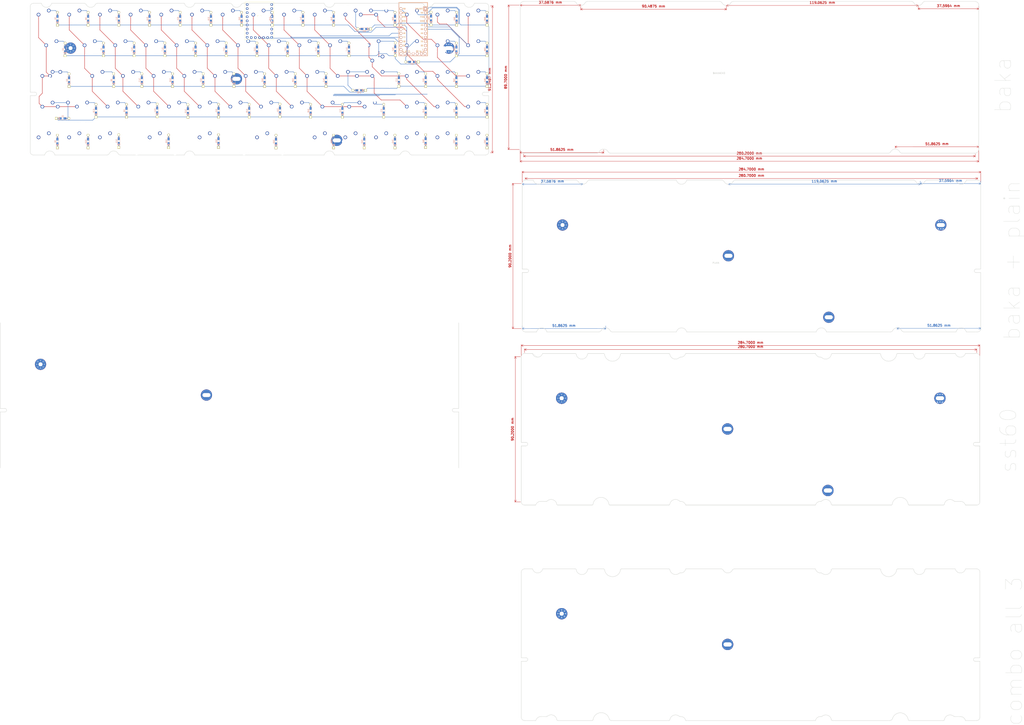
<source format=kicad_pcb>
(kicad_pcb (version 20211014) (generator pcbnew)
  (layers (0 "F.Cu" signal) (31 "B.Cu" signal) (34 "B.Paste" user) (35 "F.Paste" user) (36 "B.SilkS" user "B.Silkscreen") (37 "F.SilkS" user "F.Silkscreen") (38 "B.Mask" user) (39 "F.Mask" user) (44 "Edge.Cuts" user))
  (net 0 "")
  (net 1 "Net-(D1-Pad2)")
  (net 2 "ROW0")
  (net 3 "Net-(D2-Pad2)")
  (net 4 "ROW1")
  (net 5 "Net-(D3-Pad2)")
  (net 6 "ROW2")
  (net 7 "Net-(D4-Pad2)")
  (net 8 "ROW3")
  (net 9 "Net-(D5-Pad2)")
  (net 10 "ROW4")
  (net 11 "Net-(D6-Pad2)")
  (net 12 "Net-(D7-Pad2)")
  (net 13 "Net-(D8-Pad2)")
  (net 14 "Net-(D9-Pad2)")
  (net 15 "Net-(D10-Pad2)")
  (net 16 "Net-(D11-Pad2)")
  (net 17 "Net-(D12-Pad2)")
  (net 18 "Net-(D13-Pad2)")
  (net 19 "Net-(D14-Pad2)")
  (net 20 "Net-(D15-Pad2)")
  (net 21 "Net-(D16-Pad2)")
  (net 22 "Net-(D17-Pad2)")
  (net 23 "Net-(D18-Pad2)")
  (net 24 "Net-(D19-Pad2)")
  (net 25 "Net-(D20-Pad2)")
  (net 26 "Net-(D21-Pad2)")
  (net 27 "Net-(D22-Pad2)")
  (net 28 "Net-(D23-Pad2)")
  (net 29 "Net-(D24-Pad2)")
  (net 30 "Net-(D25-Pad2)")
  (net 31 "Net-(D26-Pad2)")
  (net 32 "Net-(D27-Pad2)")
  (net 33 "Net-(D28-Pad2)")
  (net 34 "Net-(D29-Pad2)")
  (net 35 "Net-(D30-Pad2)")
  (net 36 "Net-(D31-Pad2)")
  (net 37 "Net-(D32-Pad2)")
  (net 38 "Net-(D33-Pad2)")
  (net 39 "Net-(D34-Pad2)")
  (net 40 "Net-(D35-Pad2)")
  (net 41 "Net-(D36-Pad2)")
  (net 42 "Net-(D37-Pad2)")
  (net 43 "Net-(D38-Pad2)")
  (net 44 "Net-(D39-Pad2)")
  (net 45 "Net-(D40-Pad2)")
  (net 46 "Net-(D41-Pad2)")
  (net 47 "Net-(D42-Pad2)")
  (net 48 "Net-(D43-Pad2)")
  (net 49 "Net-(D44-Pad2)")
  (net 50 "Net-(D45-Pad2)")
  (net 51 "Net-(D46-Pad2)")
  (net 52 "Net-(D47-Pad2)")
  (net 53 "Net-(D48-Pad2)")
  (net 54 "Net-(D49-Pad2)")
  (net 55 "Net-(D50-Pad2)")
  (net 56 "Net-(D51-Pad2)")
  (net 57 "Net-(D52-Pad2)")
  (net 58 "Net-(D53-Pad2)")
  (net 59 "Net-(D54-Pad2)")
  (net 60 "Net-(D55-Pad2)")
  (net 61 "Net-(D56-Pad2)")
  (net 62 "Net-(D57-Pad2)")
  (net 63 "Net-(D58-Pad2)")
  (net 64 "Net-(D59-Pad2)")
  (net 65 "Net-(D60-Pad2)")
  (net 66 "Net-(D61-Pad2)")
  (net 67 "Net-(D62-Pad2)")
  (net 68 "Net-(D63-Pad2)")
  (net 69 "Net-(D65-Pad2)")
  (net 70 "Net-(D66-Pad2)")
  (net 71 "Net-(D68-Pad2)")
  (net 72 "COL0")
  (net 73 "COL1")
  (net 74 "COL2")
  (net 75 "COL3")
  (net 76 "COL4")
  (net 77 "COL5")
  (net 78 "COL6")
  (net 79 "COL7")
  (net 80 "COL8")
  (net 81 "COL9")
  (net 82 "COL10")
  (net 83 "COL11")
  (net 84 "COL12")
  (net 85 "COL13")
  (net 86 "Net-(D70-Pad2)")
  (net 87 "Net-(D71-Pad2)")
  (net 88 "Net-(D72-Pad2)")
  (net 91 "GND")
  (net 102 "VCC")
  (net 103 "RST")
  (net 124 "+3V3")
  (net 125 "+5V")
  (footprint "clipboard:bad433fe-e59e-4cc5-9a2c-e9a85b9d332d" (layer "F.Cu") (at 605.536 483.362)
    (fp_text reference "")
    (fp_text value "")
    (fp_line (start -101.514499 -93.614513) (end -151.833455 -93.614004) (layer "Edge.Cuts") (width 0.2))
    (fp_line (start -91.068018 0.585989) (end -55.431666 0.585996) (layer "Edge.Cuts") (width 0.2))
    (fp_line (start -41.086008 -93.614004) (end -50.509012 -93.614004) (layer "Edge.Cuts") (width 0.2))
    (fp_line (start -250.584017 -93.614004) (end -270.814499 -93.614513) (layer "Edge.Cuts") (width 0.2))
    (fp_line (start -8.414499 0.585487) (end -1.414011 0.585989) (layer "Edge.Cuts") (width 0.2))
    (fp_line (start -282.114015 0.585989) (end -275.114499 0.585487) (layer "Edge.Cuts") (width 0.2))
    (fp_line (start -192.460016 0.585989) (end -228.160455 0.585996) (layer "Edge.Cuts") (width 0.2))
    (fp_line (start -43.380014 0.585989) (end -22.03602 0.585989) (layer "Edge.Cuts") (width 0.2))
    (fp_line (start -282.114499 -93.614513) (end -277.114499 -93.614513) (layer "Edge.Cuts") (width 0.2))
    (fp_line (start -284.114015 -36.214011) (end -284.114499 -1.414513) (layer "Edge.Cuts") (width 0.2))
    (fp_line (start -182.073023 0.585989) (end -101.455011 0.585989) (layer "Edge.Cuts") (width 0.2))
    (fp_line (start -97.829523 -1.888782) (end -98.35101 -1.913425) (layer "Edge.Cuts") (width 0.2))
    (fp_line (start -192.460016 -93.614004) (end -221.959017 -93.614004) (layer "Edge.Cuts") (width 0.2))
    (fp_line (start -261.492018 0.585989) (end -240.14802 0.585989) (layer "Edge.Cuts") (width 0.2))
    (fp_line (start -284.114015 -38.414015) (end -281.221018 -38.414015) (layer "Edge.Cuts") (width 0.2))
    (fp_line (start 0.585989 -36.214011) (end -2.307016 -36.214011) (layer "Edge.Cuts") (width 0.2))
    (fp_line (start -233.019014 -93.614004) (end -242.442018 -93.614004) (layer "Edge.Cuts") (width 0.2))
    (fp_line (start 0.585989 -38.414015) (end 0.585989 -91.614004) (layer "Edge.Cuts") (width 0.2))
    (fp_line (start -61.56901 -93.614004) (end -91.068018 -93.614004) (layer "Edge.Cuts") (width 0.2))
    (fp_line (start -271.964499 -1.913411) (end -268.389502 -1.913411) (layer "Edge.Cuts") (width 0.2))
    (fp_line (start -14.71471 -93.614461) (end -32.94401 -93.614004) (layer "Edge.Cuts") (width 0.2))
    (fp_line (start -185.434489 -1.913411) (end -185.1645 -1.913411) (layer "Edge.Cuts") (width 0.2))
    (fp_line (start 0.585989 -1.414011) (end 0.585989 -36.214011) (layer "Edge.Cuts") (width 0.2))
    (fp_line (start -2.307016 -38.414015) (end 0.585989 -38.414015) (layer "Edge.Cuts") (width 0.2))
    (fp_line (start -160.079667 -93.614004) (end -182.073023 -93.614004) (layer "Edge.Cuts") (width 0.2))
    (fp_line (start -281.221018 -36.214011) (end -284.114015 -36.214011) (layer "Edge.Cuts") (width 0.2))
    (fp_line (start -284.114015 -91.614004) (end -284.114015 -38.414015) (layer "Edge.Cuts") (width 0.2))
    (fp_line (start -14.959359 -1.908015) (end -11.564498 -1.913425) (layer "Edge.Cuts") (width 0.2))
    (fp_line (start -1.414011 -93.614004) (end -8.373026 -93.614004) (layer "Edge.Cuts") (width 0.2))
    (fp_arc (start -284.114015 -91.614004) (mid -283.528213 -93.028009) (end -282.114499 -93.614513) (layer "Edge.Cuts") (width 0.2))
    (fp_arc (start -97.357547 -2.091781) (mid -93.894595 -2.677017) (end -91.639017 0.01499) (layer "Edge.Cuts") (width 0.2))
    (fp_arc (start -53.633523 -0.809011) (mid -48.455697 -4.193051) (end -43.936014 0.029989) (layer "Edge.Cuts") (width 0.2))
    (fp_arc (start -91.068018 0.585989) (mid -91.472012 0.418984) (end -91.639017 0.01499) (layer "Edge.Cuts") (width 0.2))
    (fp_arc (start -228.160455 0.585996) (mid -228.938167 0.368631) (end -229.490489 -0.220456) (layer "Edge.Cuts") (width 0.2))
    (fp_arc (start -91.639017 -93.043005) (mid -93.947613 -90.310843) (end -97.467166 -90.948861) (layer "Edge.Cuts") (width 0.2))
    (fp_arc (start -192.460016 -93.614004) (mid -192.056013 -93.447008) (end -191.889017 -93.043005) (layer "Edge.Cuts") (width 0.2))
    (fp_arc (start -153.16349 -92.807552) (mid -152.611157 -93.396622) (end -151.833455 -93.614004) (layer "Edge.Cuts") (width 0.2))
    (fp_arc (start -33.515024 -93.043005) (mid -37.015024 -90.114001) (end -40.515024 -93.043005) (layer "Edge.Cuts") (width 0.2))
    (fp_arc (start -101.455011 0.585989) (mid -100.364123 -1.23637) (end -98.35101 -1.913425) (layer "Edge.Cuts") (width 0.2))
    (fp_arc (start -11.564498 -1.913425) (mid -9.562959 -1.201643) (end -8.414499 0.585487) (layer "Edge.Cuts") (width 0.2))
    (fp_arc (start -261.492018 0.585989) (mid -261.896016 0.418988) (end -262.063017 0.01499) (layer "Edge.Cuts") (width 0.2))
    (fp_arc (start -243.013018 -93.043005) (mid -242.846021 -93.447008) (end -242.442018 -93.614004) (layer "Edge.Cuts") (width 0.2))
    (fp_arc (start -43.380014 0.585989) (mid -43.773023 0.422998) (end -43.936014 0.029989) (layer "Edge.Cuts") (width 0.2))
    (fp_arc (start -191.889017 0.01499) (mid -192.056017 0.418989) (end -192.460016 0.585989) (layer "Edge.Cuts") (width 0.2))
    (fp_arc (start -267.9555 -2.079011) (mid -268.1573 -1.956373) (end -268.389502 -1.913411) (layer "Edge.Cuts") (width 0.2))
    (fp_arc (start 0.585989 -1.414011) (mid 0 0) (end -1.414011 0.585989) (layer "Edge.Cuts") (width 0.2))
    (fp_arc (start -51.080026 -93.043005) (mid -56.039019 -88.795014) (end -60.998011 -93.043005) (layer "Edge.Cuts") (width 0.2))
    (fp_arc (start -282.114015 0.585989) (mid -283.528565 0.000043) (end -284.114499 -1.414513) (layer "Edge.Cuts") (width 0.2))
    (fp_arc (start -250.584017 -93.614004) (mid -250.180014 -93.447008) (end -250.013018 -93.043005) (layer "Edge.Cuts") (width 0.2))
    (fp_arc (start -222.530016 -93.043005) (mid -222.363017 -93.447005) (end -221.959017 -93.614004) (layer "Edge.Cuts") (width 0.2))
    (fp_arc (start -53.633523 -0.809011) (mid -54.293739 0.196374) (end -55.431666 0.585996) (layer "Edge.Cuts") (width 0.2))
    (fp_arc (start -270.814499 -93.614513) (mid -273.964499 -91.115612) (end -277.114499 -93.614513) (layer "Edge.Cuts") (width 0.2))
    (fp_arc (start -275.114499 0.585487) (mid -273.942443 -1.171895) (end -271.964499 -1.913411) (layer "Edge.Cuts") (width 0.2))
    (fp_arc (start -191.889017 0.01499) (mid -189.499657 -2.735804) (end -185.94401 -1.940012) (layer "Edge.Cuts") (width 0.2))
    (fp_arc (start -267.9555 -2.079011) (mid -264.401255 -2.742924) (end -262.063017 0.01499) (layer "Edge.Cuts") (width 0.2))
    (fp_arc (start -239.592012 0.029989) (mid -234.645857 -4.314454) (end -229.490489 -0.220456) (layer "Edge.Cuts") (width 0.2))
    (fp_arc (start -41.086008 -93.614004) (mid -40.681968 -93.447049) (end -40.515024 -93.043005) (layer "Edge.Cuts") (width 0.2))
    (fp_arc (start -1.414011 -93.614004) (mid -0.00001 -93.028005) (end 0.585989 -91.614004) (layer "Edge.Cuts") (width 0.2))
    (fp_arc (start -160.079667 -93.614004) (mid -159.301948 -93.39665) (end -158.749632 -92.807553) (layer "Edge.Cuts") (width 0.2))
    (fp_arc (start -153.16349 -92.807552) (mid -155.956561 -91.113978) (end -158.749632 -92.807553) (layer "Edge.Cuts") (width 0.2))
    (fp_arc (start -21.465006 0.01499) (mid -19.122069 -2.720018) (end -15.59202 -2.007014) (layer "Edge.Cuts") (width 0.2))
    (fp_arc (start -186.099319 -90.933092) (mid -185.659768 -91.102146) (end -185.18902 -91.115615) (layer "Edge.Cuts") (width 0.2))
    (fp_arc (start -98.3645 -91.115665) (mid -97.904096 -91.095401) (end -97.467166 -90.948861) (layer "Edge.Cuts") (width 0.2))
    (fp_arc (start -14.959359 -1.908015) (mid -15.284286 -1.902581) (end -15.59202 -2.007014) (layer "Edge.Cuts") (width 0.2))
    (fp_arc (start -243.013018 -93.043005) (mid -246.513018 -90.114001) (end -250.013018 -93.043005) (layer "Edge.Cuts") (width 0.2))
    (fp_arc (start -97.357547 -2.091781) (mid -97.575229 -1.94772) (end -97.829523 -1.888782) (layer "Edge.Cuts") (width 0.2))
    (fp_arc (start -91.639017 -93.043005) (mid -91.472012 -93.446999) (end -91.068018 -93.614004) (layer "Edge.Cuts") (width 0.2))
    (fp_arc (start -8.373026 -93.614004) (mid -11.54405 -91.099037) (end -14.71471 -93.614461) (layer "Edge.Cuts") (width 0.2))
    (fp_arc (start -51.080026 -93.043005) (mid -50.913017 -93.447006) (end -50.509012 -93.614004) (layer "Edge.Cuts") (width 0.2))
    (fp_arc (start -186.099319 -90.933092) (mid -189.591241 -90.349652) (end -191.889017 -93.043005) (layer "Edge.Cuts") (width 0.2))
    (fp_arc (start -2.307016 -36.214011) (mid -3.40702 -37.314013) (end -2.307016 -38.414015) (layer "Edge.Cuts") (width 0.2))
    (fp_arc (start -233.019014 -93.614004) (mid -232.615011 -93.447008) (end -232.448015 -93.043005) (layer "Edge.Cuts") (width 0.2))
    (fp_arc (start -222.530016 -93.043005) (mid -227.489015 -88.795014) (end -232.448015 -93.043005) (layer "Edge.Cuts") (width 0.2))
    (fp_arc (start -182.073023 -93.614004) (mid -183.1731 -91.793689) (end -185.18902 -91.115615) (layer "Edge.Cuts") (width 0.2))
    (fp_arc (start -239.592012 0.029989) (mid -239.755018 0.422988) (end -240.14802 0.585989) (layer "Edge.Cuts") (width 0.2))
    (fp_arc (start -61.56901 -93.614004) (mid -61.165026 -93.446989) (end -60.998011 -93.043005) (layer "Edge.Cuts") (width 0.2))
    (fp_arc (start -98.3645 -91.115665) (mid -100.381889 -91.807422) (end -101.514499 -93.614513) (layer "Edge.Cuts") (width 0.2))
    (fp_arc (start -21.465006 0.01499) (mid -21.632015 0.41899) (end -22.03602 0.585989) (layer "Edge.Cuts") (width 0.2))
    (fp_arc (start -185.434489 -1.913411) (mid -185.690619 -1.900483) (end -185.94401 -1.940012) (layer "Edge.Cuts") (width 0.2))
    (fp_arc (start -185.1645 -1.913411) (mid -183.171183 -1.217315) (end -182.073023 0.585989) (layer "Edge.Cuts") (width 0.2))
    (fp_arc (start -33.515024 -93.043005) (mid -33.348012 -93.447003) (end -32.94401 -93.614004) (layer "Edge.Cuts") (width 0.2))
    (fp_arc (start -281.221018 -38.414015) (mid -280.121015 -37.314013) (end -281.221018 -36.214011) (layer "Edge.Cuts") (width 0.2))
  )
  (footprint "" (layer "F.Cu") (at 449.456 302.818)
    (fp_text reference "")
    (fp_text value "")
  )
  (footprint "MX_Only:MXOnly-1U-NoLED" (layer "F.Cu") (at 68.37625 105.0925)
    (fp_text reference "MX44")
    (fp_text value "MX-NoLED")
  )
  (footprint "Keebio-Parts:Diode-Hybrid-Back" (layer "F.Cu") (at 142.98875 86.0425 -90)
    (fp_text reference "D28")
    (fp_text value "D_Small" hide)
  )
  (footprint "MX_Only:MXOnly-1U-NoLED" (layer "F.Cu") (at 149.33875 66.9925)
    (fp_text reference "MX22")
    (fp_text value "MX-NoLED")
  )
  (footprint "MX_Only:MXOnly-1U-NoLED" (layer "F.Cu") (at 163.62625 105.0925)
    (fp_text reference "MX49")
    (fp_text value "MX-NoLED")
  )
  (footprint "MX_Only:MXOnly-1U-NoLED" (layer "F.Cu") (at 87.42625 105.0925)
    (fp_text reference "MX45")
    (fp_text value "MX-NoLED")
  )
  (footprint "MX_Only:MXOnly-1U-NoLED" (layer "F.Cu") (at 273.122415 124.196872)
    (fp_text reference "MX65")
    (fp_text value "MX-NoLED")
  )
  (footprint "Keebio-Parts:Diode-Hybrid-Back" (layer "F.Cu") (at 281.10125 67.019263 -90)
    (fp_text reference "D62")
    (fp_text value "D_Small" hide)
  )
  (footprint "MX_Only:MXOnly-1.25U-NoLED" (layer "F.Cu") (at 27.892557 86.045033)
    (fp_text reference "MX30a1")
    (fp_text value "MX-NoLED")
  )
  (footprint "Keebio-Parts:Diode-Hybrid-Back" (layer "F.Cu") (at 68.37625 86.0425 -90)
    (fp_text reference "D8")
    (fp_text value "D_Small" hide)
  )
  (footprint "Keebio-Parts:Diode-Hybrid-Back" (layer "F.Cu") (at 147.75125 47.9425 -90)
    (fp_text reference "D31")
    (fp_text value "D_Small" hide)
  )
  (footprint "Keebio-Parts:Diode-Hybrid-Back" (layer "F.Cu") (at 90.60125 47.9425 -90)
    (fp_text reference "D16")
    (fp_text value "D_Small" hide)
  )
  (footprint "MX_Only:MXOnly-1U-NoLED" (layer "F.Cu") (at 211.25125 86.0425)
    (fp_text reference "MX39a1")
    (fp_text value "MX-NoLED")
  )
  (footprint "Keebio-Parts:Diode-Hybrid-Back" (layer "F.Cu") (at 300.15125 66.9925 -90)
    (fp_text reference "D66")
    (fp_text value "D_Small" hide)
  )
  (footprint "Keebio-Parts:Diode-Hybrid-Back" (layer "F.Cu") (at 262.05125 86.0425 -90)
    (fp_text reference "D53")
    (fp_text value "D_Small" hide)
  )
  (footprint "MX_Only:MXOnly-1U-NoLED" (layer "F.Cu") (at 54.08875 66.9925)
    (fp_text reference "MX17")
    (fp_text value "MX-NoLED")
  )
  (footprint "Keebio-Parts:Diode-Hybrid-Back" (layer "F.Cu") (at 223.95125 54.2925)
    (fp_text reference "D51")
    (fp_text value "D_Small" hide)
  )
  (footprint "MX_Only:MXOnly-1U-NoLED" (layer "F.Cu") (at 182.67625 105.0925)
    (fp_text reference "MX50")
    (fp_text value "MX-NoLED")
  )
  (footprint "MX_Only:MXOnly-1U-NoLED" (layer "F.Cu") (at 111.23875 66.9925)
    (fp_text reference "MX20")
    (fp_text value "MX-NoLED")
  )
  (footprint "MX_Only:MXOnly-1U-NoLED" (layer "F.Cu") (at 187.43875 66.9925)
    (fp_text reference "MX24")
    (fp_text value "MX-NoLED")
  )
  (footprint "MX_Only:MXOnly-1U-NoLED" (layer "F.Cu") (at 154.10125 86.0425)
    (fp_text reference "MX36")
    (fp_text value "MX-NoLED")
  )
  (footprint "Keebio-Parts:Diode-Hybrid-Back" (layer "F.Cu") (at 242.959915 124.196872 -90)
    (fp_text reference "D45")
    (fp_text value "D_Small" hide)
  )
  (footprint "Keebio-Parts:Diode-Hybrid-Back" (layer "F.Cu") (at 235.999058 105.058696 -90)
    (fp_text reference "D71")
    (fp_text value "D_Small" hide)
  )
  (footprint "Keebio-Parts:Diode-Hybrid-Back" (layer "F.Cu") (at 176.32625 66.9925 -90)
    (fp_text reference "D37")
    (fp_text value "D_Small" hide)
  )
  (footprint "MX_Only:MXOnly-1U-NoLED" (layer "F.Cu") (at 77.90125 86.0425)
    (fp_text reference "MX32")
    (fp_text value "MX-NoLED")
  )
  (footprint "Keebio-Parts:Diode-Hybrid-Back" (layer "F.Cu") (at 300.15125 105.0925 -90)
    (fp_text reference "D59")
    (fp_text value "D_Small" hide)
  )
  (footprint "Keebio-Parts:Diode-Hybrid-Back" (layer "F.Cu") (at 71.509915 123.936872 -90)
    (fp_text reference "D15")
    (fp_text value "D_Small" hide)
  )
  (footprint "MX_Only:MXOnly-1U-NoLED" (layer "F.Cu") (at 96.95125 86.0425)
    (fp_text reference "MX33")
    (fp_text value "MX-NoLED")
  )
  (footprint "Keebio-Parts:Diode-Hybrid-Back" (layer "F.Cu") (at 185.85125 47.9425 -90)
    (fp_text reference "D41")
    (fp_text value "D_Small" hide)
  )
  (footprint "Keebio-Parts:Diode-Hybrid-Back" (layer "F.Cu") (at 138.22625 66.9925 -90)
    (fp_text reference "D27")
    (fp_text value "D_Small" hide)
  )
  (footprint "Keebio-Parts:Diode-Hybrid-Back" (layer "F.Cu") (at 214.42625 66.9925 -90)
    (fp_text reference "D47")
    (fp_text value "D_Small" hide)
  )
  (footprint "Keebio-Parts:Diode-Hybrid-Back" (layer "F.Cu") (at 245.397758 86.00118 -90)
    (fp_text reference "D72")
    (fp_text value "D_Small" hide)
  )
  (footprint "MX_Only:MXOnly-1.75U-NoLED" (layer "F.Cu") (at 227.912979 105.083257)
    (fp_text reference "MX51a1")
    (fp_text value "MX-NoLED")
  )
  (footprint "clipboard:a8e119c8-0410-4f67-9f1f-f02274dc2716" (layer "F.Cu") (at 301.210488 130.586502)
    (fp_text reference "")
    (fp_text value "")
    (fp_line (start -284.700004 -34.8) (end -284.700004 0) (layer "Edge.Cuts") (width 0.2))
    (fp_line (start 0 -34.8) (end -2.893005 -34.8) (layer "Edge.Cuts") (width 0.2))
    (fp_line (start -281.807007 -34.8) (end -284.700004 -34.8) (layer "Edge.Cuts") (width 0.2))
    (fp_line (start -284.700004 -37.000004) (end -281.807007 -37.000004) (layer "Edge.Cuts") (width 0.2))
    (fp_line (start -2.893005 -37.000004) (end 0 -37.000004) (layer "Edge.Cuts") (width 0.2))
    (fp_line (start -284.700004 -90.199993) (end -284.700004 -37.000004) (layer "Edge.Cuts") (width 0.2))
    (fp_line (start 0 -37.000004) (end 0 -90.199993) (layer "Edge.Cuts") (width 0.2))
    (fp_line (start 0 0) (end 0 -34.8) (layer "Edge.Cuts") (width 0.2))
    (fp_arc (start -281.807007 -37.000004) (mid -280.707004 -35.900002) (end -281.807007 -34.8) (layer "Edge.Cuts") (width 0.2))
    (fp_arc (start 0 0) (mid -0.585989 1.414011) (end -2 2) (layer "Edge.Cuts") (width 0.2))
    (fp_arc (start -2.893005 -34.8) (mid -3.993012 -35.900002) (end -2.893005 -37.000004) (layer "Edge.Cuts") (width 0.2))
    (fp_arc (start -2 -92.199993) (mid -0.585999 -91.613994) (end 0 -90.199993) (layer "Edge.Cuts") (width 0.2))
  )
  (footprint "MX_Only:MXOnly-1U-NoLED" (layer "F.Cu") (at 135.05125 86.0425)
    (fp_text reference "MX35")
    (fp_text value "MX-NoLED")
  )
  (footprint "Keebio-Parts:Diode-Hybrid-Back" (layer "F.Cu") (at 281.059915 124.196872 -90)
    (fp_text reference "D55")
    (fp_text value "D_Small" hide)
  )
  (footprint "MX_Only:MXOnly-1U-NoLED" (layer "F.Cu") (at 206.48875 66.9925)
    (fp_text reference "MX25")
    (fp_text value "MX-NoLED")
  )
  (footprint "Keebio-Parts:Diode-Hybrid-Back" (layer "F.Cu") (at 52.459915 124.196872 -90)
    (fp_text reference "D10")
    (fp_text value "D_Small" hide)
  )
  (footprint "MX_Only:MXOnly-1U-NoLED" (layer "F.Cu") (at 196.922415 124.196872)
    (fp_text reference "MX61")
    (fp_text value "MX-NoLED")
  )
  (footprint "MX_Only:MXOnly-1U-NoLED" (layer "F.Cu") (at 58.85125 86.0425)
    (fp_text reference "MX31")
    (fp_text value "MX-NoLED")
  )
  (footprint "MX_Only:MXOnly-1U-NoLED" (layer "F.Cu") (at 73.13875 66.9925)
    (fp_text reference "MX18")
    (fp_text value "MX-NoLED")
  )
  (footprint "MX_Only:MXOnly-1U-NoLED" (layer "F.Cu") (at 292.172415 124.196872)
    (fp_text reference "MX66")
    (fp_text value "MX-NoLED")
  )
  (footprint "MX_Only:MXOnly-1U-NoLED" (layer "F.Cu") (at 254.11375 105.0925)
    (fp_text reference "MX52")
    (fp_text value "MX-NoLED")
  )
  (footprint "MX_Only:MXOnly-1U-NoLED" (layer "F.Cu") (at 273.16375 105.0925)
    (fp_text reference "MX53")
    (fp_text value "MX-NoLED")
  )
  (footprint "Keebio-Parts:Diode-Hybrid-Back" (layer "F.Cu") (at 171.56375 104.905 -90)
    (fp_text reference "D34")
    (fp_text value "D_Small" hide)
  )
  (footprint "Keebio-Parts:Diode-Hybrid-Back" (layer "F.Cu") (at 300.109915 124.196872 -90)
    (fp_text reference "D60")
    (fp_text value "D_Small" hide)
  )
  (footprint "MX_Only:MXOnly-1U-NoLED" (layer "F.Cu") (at 273.16375 86.0425)
    (fp_text reference "MX41")
    (fp_text value "MX-NoLED")
  )
  (footprint "MX_Only:MXOnly-1U-NoLED" (layer "F.Cu") (at 125.52625 105.0925)
    (fp_text reference "MX47")
    (fp_text value "MX-NoLED")
  )
  (footprint "" (layer "F.Cu") (at 511.756 341.018)
    (fp_text reference "")
    (fp_text value "")
  )
  (footprint "MX_Only:MXOnly-2U-NoLED" (layer "F.Cu") (at 225.53875 47.9425)
    (fp_text reference "MX12a1")
    (fp_text value "MX-NoLED")
  )
  (footprint "MX_Only:MXOnly-1U-NoLED" (layer "F.Cu") (at 63.61375 47.9425)
    (fp_text reference "MX3")
    (fp_text value "MX-NoLED")
  )
  (footprint "Keebio-Parts:Diode-Hybrid-Back" (layer "F.Cu") (at 100.12625 66.9925 -90)
    (fp_text reference "D17")
    (fp_text value "D_Small" hide)
  )
  (footprint "MX_Only:MXOnly-1U-NoLED" (layer "F.Cu") (at 235.06375 47.9425)
    (fp_text reference "MX12")
    (fp_text value "MX-NoLED")
  )
  (footprint "MX_Only:MXOnly-1U-NoLED" (layer "F.Cu") (at 116.00125 86.0425)
    (fp_text reference "MX34")
    (fp_text value "MX-NoLED")
  )
  (footprint "MX_Only:MXOnly-1U-NoLED" (layer "F.Cu") (at 125.484915 124.196872)
    (fp_text reference "MX59")
    (fp_text value "MX-NoLED")
  )
  (footprint "Keebio-Parts:Diode-Hybrid-Back" (layer "F.Cu") (at 265.385 47.78375 -90)
    (fp_text reference "D61")
    (fp_text value "D_Small" hide)
  )
  (footprint "Keebio-Parts:Diode-Hybrid-Back" (layer "F.Cu") (at 210.339887 105.131032 -90)
    (fp_text reference "D44")
    (fp_text value "D_Small" hide)
  )
  (footprint "Keebio-Parts:Diode-Hybrid-Back" (layer "F.Cu") (at 162.03875 86.0425 -90)
    (fp_text reference "D33")
    (fp_text value "D_Small" hide)
  )
  (footprint "Keebio-Parts:Diode-Hybrid-Back" (layer "F.Cu") (at 38.21375 66.9925 -90)
    (fp_text reference "D2")
    (fp_text value "D_Small" hide)
  )
  (footprint "Keebio-Parts:Diode-Hybrid-Back" (layer "F.Cu") (at 133.46375 105.0925 -90)
    (fp_text reference "D24")
    (fp_text value "D_Small" hide)
  )
  (footprint "Keebio-Parts:Diode-Hybrid-Back" (layer "F.Cu") (at 52.50125 47.9425 -90)
    (fp_text reference "D6")
    (fp_text value "D_Small" hide)
  )
  (footprint "MX_Only:MXOnly-1U-NoLED" (layer "F.Cu") (at 130.28875 66.9925)
    (fp_text reference "MX21")
    (fp_text value "MX-NoLED")
  )
  (footprint "Keebio-Parts:Diode-Hybrid-Back" (layer "F.Cu") (at 36.62625 109.855 180)
    (fp_text reference "D4")
    (fp_text value "D_Small" hide)
  )
  (footprint "MX_Only:MXOnly-1.25U-NoLED" (layer "F.Cu") (at 27.897627 105.126473)
    (fp_text reference "MX43a1")
    (fp_text value "MX-NoLED")
  )
  (footprint "Components:L60 Outline" (layer "F.Cu") (at 463.73725 305.52425)
    (fp_text reference "H1" hide)
    (fp_text value "PCB Outline")
    (fp_line (start 100.685515 -49.624993) (end 91.262511 -49.624993) (layer "Edge.Cuts") (width 0.2))
    (fp_line (start -87.34649 44.575) (end -50.688493 44.575) (layer "Edge.Cuts") (width 0.2))
    (fp_line (start 43.432509 42.249999) (end 43.700514 42.249999) (layer "Edge.Cuts") (width 0.2))
    (fp_line (start -119.720495 44.575) (end -98.376497 44.575) (layer "Edge.Cuts") (width 0.2))
    (fp_line (start -142.342492 5.574996) (end -139.449495 5.574996) (layer "Edge.Cuts") (width 0.2))
    (fp_line (start -130.267492 42.249999) (end -126.692495 42.249999) (layer "Edge.Cuts") (width 0.2))
    (fp_line (start -43.687486 42.249999) (end -43.417497 42.249999) (layer "Edge.Cuts") (width 0.2))
    (fp_line (start 142.357512 7.775) (end 139.464507 7.775) (layer "Edge.Cuts") (width 0.2))
    (fp_line (start 139.464507 5.574996) (end 142.357512 5.574996) (layer "Edge.Cuts") (width 0.2))
    (fp_line (start 133.398497 44.575) (end 140.357512 44.575) (layer "Edge.Cuts") (width 0.2))
    (fp_line (start 50.703505 44.575) (end 87.36151 44.575) (layer "Edge.Cuts") (width 0.2))
    (fp_line (start -135.383493 -49.624993) (end -140.342492 -49.624993) (layer "Edge.Cuts") (width 0.2))
    (fp_line (start 80.202513 -49.624993) (end 50.703505 -49.624993) (layer "Edge.Cuts") (width 0.2))
    (fp_line (start -108.812494 -49.624993) (end -129.151494 -49.624993) (layer "Edge.Cuts") (width 0.2))
    (fp_line (start 127.166503 -49.624993) (end 108.827513 -49.624993) (layer "Edge.Cuts") (width 0.2))
    (fp_line (start 43.686507 -47.299996) (end 43.432509 -47.299996) (layer "Edge.Cuts") (width 0.2))
    (fp_line (start 140.357512 -49.624993) (end 133.398497 -49.624993) (layer "Edge.Cuts") (width 0.2))
    (fp_line (start -142.342492 -47.624993) (end -142.342492 5.574996) (layer "Edge.Cuts") (width 0.2))
    (fp_line (start 98.391509 44.575) (end 119.735503 44.575) (layer "Edge.Cuts") (width 0.2))
    (fp_line (start -40.3015 44.575) (end 40.316512 44.575) (layer "Edge.Cuts") (width 0.2))
    (fp_line (start 142.357512 42.575) (end 142.357512 7.775) (layer "Edge.Cuts") (width 0.2))
    (fp_line (start 40.316512 -49.624993) (end -40.3015 -49.624993) (layer "Edge.Cuts") (width 0.2))
    (fp_line (start -140.342492 44.575) (end -133.383493 44.575) (layer "Edge.Cuts") (width 0.2))
    (fp_line (start -43.417497 -47.299996) (end -43.643495 -47.299996) (layer "Edge.Cuts") (width 0.2))
    (fp_line (start -91.247491 -49.624993) (end -100.670495 -49.624993) (layer "Edge.Cuts") (width 0.2))
    (fp_line (start -139.449495 7.775) (end -142.342492 7.775) (layer "Edge.Cuts") (width 0.2))
    (fp_line (start 126.825499 42.249999) (end 130.2825 42.249999) (layer "Edge.Cuts") (width 0.2))
    (fp_line (start -50.688493 -49.624993) (end -80.187494 -49.624993) (layer "Edge.Cuts") (width 0.2))
    (fp_line (start 142.357512 5.574996) (end 142.357512 -47.624993) (layer "Edge.Cuts") (width 0.2))
    (fp_line (start -142.342492 7.775) (end -142.342492 42.575) (layer "Edge.Cuts") (width 0.2))
    (fp_arc (start -43.417497 42.249999) (mid -41.473413 42.895062) (end -40.3015 44.575) (layer "Edge.Cuts") (width 0.2))
    (fp_arc (start 120.306517 44.004001) (mid 122.649454 41.268997) (end 126.179503 41.981997) (layer "Edge.Cuts") (width 0.2))
    (fp_arc (start 139.464507 7.775) (mid 138.3645 6.675) (end 139.464507 5.574996) (layer "Edge.Cuts") (width 0.2))
    (fp_arc (start 87.91751 44.019) (mid 87.754516 44.412009) (end 87.36151 44.575) (layer "Edge.Cuts") (width 0.2))
    (fp_arc (start 126.825499 42.249999) (mid 126.475888 42.180152) (end 126.179503 41.981997) (layer "Edge.Cuts") (width 0.2))
    (fp_arc (start 90.691497 -49.053994) (mid 85.732505 -44.806004) (end 80.773512 -49.053994) (layer "Edge.Cuts") (width 0.2))
    (fp_arc (start 43.432509 -47.299996) (mid 41.48841 -47.94505) (end 40.316512 -49.624993) (layer "Edge.Cuts") (width 0.2))
    (fp_arc (start -97.820489 44.019) (mid -92.86149 39.770998) (end -87.90249 44.019) (layer "Edge.Cuts") (width 0.2))
    (fp_arc (start 87.91751 44.019) (mid 92.87651 39.770997) (end 97.835509 44.019) (layer "Edge.Cuts") (width 0.2))
    (fp_arc (start -80.758493 -49.053994) (mid -85.717493 -44.806002) (end -90.676492 -49.053994) (layer "Edge.Cuts") (width 0.2))
    (fp_arc (start -44.20749 -47.066003) (mid -47.750885 -46.310792) (end -50.117494 -49.053994) (layer "Edge.Cuts") (width 0.2))
    (fp_arc (start -126.258493 42.069999) (mid -122.695182 41.248101) (end -120.291494 44.004001) (layer "Edge.Cuts") (width 0.2))
    (fp_arc (start 43.686507 -47.299996) (mid 43.964139 -47.245144) (end 44.199507 -47.088006) (layer "Edge.Cuts") (width 0.2))
    (fp_arc (start -142.342492 -47.624993) (mid -141.756494 -49.038995) (end -140.342492 -49.624993) (layer "Edge.Cuts") (width 0.2))
    (fp_arc (start -97.820489 44.019) (mid -97.983494 44.412) (end -98.376497 44.575) (layer "Edge.Cuts") (width 0.2))
    (fp_arc (start 142.357512 42.575) (mid 141.771521 43.989013) (end 140.357512 44.575) (layer "Edge.Cuts") (width 0.2))
    (fp_arc (start -50.117494 44.004001) (mid -50.284494 44.408) (end -50.688493 44.575) (layer "Edge.Cuts") (width 0.2))
    (fp_arc (start 120.306517 44.004001) (mid 120.139505 44.408004) (end 119.735503 44.575) (layer "Edge.Cuts") (width 0.2))
    (fp_arc (start -108.812494 -49.624993) (mid -108.408491 -49.457997) (end -108.241495 -49.053994) (layer "Edge.Cuts") (width 0.2))
    (fp_arc (start -133.383493 44.575) (mid -132.211577 42.895063) (end -130.267492 42.249999) (layer "Edge.Cuts") (width 0.2))
    (fp_arc (start 130.2825 42.249999) (mid 132.226574 42.895067) (end 133.398497 44.575) (layer "Edge.Cuts") (width 0.2))
    (fp_arc (start 108.256499 -49.053994) (mid 104.756499 -46.124993) (end 101.256499 -49.053994) (layer "Edge.Cuts") (width 0.2))
    (fp_arc (start -101.241495 -49.053994) (mid -101.074499 -49.457997) (end -100.670495 -49.624993) (layer "Edge.Cuts") (width 0.2))
    (fp_arc (start 140.357512 -49.624993) (mid 141.77151 -49.038997) (end 142.357512 -47.624993) (layer "Edge.Cuts") (width 0.2))
    (fp_arc (start 50.703505 44.575) (mid 50.299509 44.407995) (end 50.132506 44.004001) (layer "Edge.Cuts") (width 0.2))
    (fp_arc (start -87.34649 44.575) (mid -87.739492 44.412002) (end -87.90249 44.019) (layer "Edge.Cuts") (width 0.2))
    (fp_arc (start -140.342492 44.575) (mid -141.756492 43.989) (end -142.342492 42.575) (layer "Edge.Cuts") (width 0.2))
    (fp_arc (start 50.132506 -49.053994) (mid 47.750929 -46.305812) (end 44.199507 -47.088006) (layer "Edge.Cuts") (width 0.2))
    (fp_arc (start 50.132506 -49.053994) (mid 50.299511 -49.457988) (end 50.703505 -49.624993) (layer "Edge.Cuts") (width 0.2))
    (fp_arc (start -101.241495 -49.053994) (mid -104.741495 -46.124993) (end -108.241495 -49.053994) (layer "Edge.Cuts") (width 0.2))
    (fp_arc (start 44.189513 42.047) (mid 43.96505 42.196759) (end 43.700514 42.249999) (layer "Edge.Cuts") (width 0.2))
    (fp_arc (start -43.687486 42.249999) (mid -43.95 42.197791) (end -44.172487 42.048999) (layer "Edge.Cuts") (width 0.2))
    (fp_arc (start -126.258493 42.069999) (mid -126.457636 42.203057) (end -126.692495 42.249999) (layer "Edge.Cuts") (width 0.2))
    (fp_arc (start 40.316512 44.575) (mid 41.488417 42.895045) (end 43.432509 42.249999) (layer "Edge.Cuts") (width 0.2))
    (fp_arc (start -139.449495 5.574996) (mid -138.349492 6.674998) (end -139.449495 7.775) (layer "Edge.Cuts") (width 0.2))
    (fp_arc (start 108.256499 -49.053994) (mid 108.423509 -49.457996) (end 108.827513 -49.624993) (layer "Edge.Cuts") (width 0.2))
    (fp_arc (start -40.3015 -49.624993) (mid -41.473416 -47.945061) (end -43.417497 -47.299996) (layer "Edge.Cuts") (width 0.2))
    (fp_arc (start 90.691497 -49.053994) (mid 90.858507 -49.457997) (end 91.262511 -49.624993) (layer "Edge.Cuts") (width 0.2))
    (fp_arc (start -91.247491 -49.624993) (mid -90.843488 -49.457997) (end -90.676492 -49.053994) (layer "Edge.Cuts") (width 0.2))
    (fp_arc (start 80.202513 -49.624993) (mid 80.606494 -49.457981) (end 80.773512 -49.053994) (layer "Edge.Cuts") (width 0.2))
    (fp_arc (start 98.391509 44.575) (mid 97.998498 44.412008) (end 97.835509 44.019) (layer "Edge.Cuts") (width 0.2))
    (fp_arc (start 100.685515 -49.624993) (mid 101.089554 -49.458039) (end 101.256499 -49.053994) (layer "Edge.Cuts") (width 0.2))
    (fp_arc (start -50.688493 -49.624993) (mid -50.28449 -49.457997) (end -50.117494 -49.053994) (layer "Edge.Cuts") (width 0.2))
    (fp_arc (start -80.758493 -49.053994) (mid -80.591497 -49.457997) (end -80.187494 -49.624993) (layer "Edge.Cuts") (width 0.2))
    (fp_arc (start -129.151494 -49.624993) (mid -132.267494 -47.299997) (end -135.383493 -49.624993) (layer "Edge.Cuts") (width 0.2))
    (fp_arc (start -119.720495 44.575) (mid -120.124494 44.408) (end -120.291494 44.004001) (layer "Edge.Cuts") (width 0.2))
    (fp_arc (start 133.398497 -49.624993) (mid 130.2825 -47.299996) (end 127.166503 -49.624993) (layer "Edge.Cuts") (width 0.2))
    (fp_arc (start 44.189513 42.047) (mid 47.744655 41.253058) (end 50.132506 44.004001) (layer "Edge.Cuts") (width 0.2))
    (fp_arc (start -50.117494 44.004001) (mid -47.728134 41.253207) (end -44.172487 42.048999) (layer "Edge.Cuts") (width 0.2))
    (fp_arc (start -44.20749 -47.066003) (mid -43.948694 -47.238922) (end -43.643495 -47.299996) (layer "Edge.Cuts") (width 0.2))
  )
  (footprint "Keebio-Parts:Diode-Hybrid-Back" (layer "F.Cu") (at 223.909915 124.196872 -90)
    (fp_text reference "D40")
    (fp_text value "D_Small" hide)
  )
  (footprint "Keebio-Parts:Diode-Hybrid-Back" (layer "F.Cu") (at 200.13875 86.0425 -90)
    (fp_text reference "D43")
    (fp_text value "D_Small" hide)
  )
  (footprint "Keebio-Parts:Diode-Hybrid-Back" (layer "F.Cu") (at 281.10125 105.0925 -90)
    (fp_text reference "D54")
    (fp_text value "D_Small" hide)
  )
  (footprint "Keebio-Parts:Diode-Hybrid-Back" (layer "F.Cu") (at 169.118705 124.251964 -90)
    (fp_text reference "D30")
    (fp_text value "D_Small" hide)
  )
  (footprint "Keebio-Parts:Diode-Hybrid-Back" (layer "F.Cu") (at 281.10125 86.0425 -90)
    (fp_text reference "D58")
    (fp_text value "D_Small" hide)
  )
  (footprint "Keebio-Parts:Diode-Hybrid-Back" (layer "F.Cu") (at 181.08875 86.0425 -90)
    (fp_text reference "D38")
    (fp_text value "D_Small" hide)
  )
  (footprint "MX_Only:MXOnly-1U-NoLED" (layer "F.Cu") (at 144.57625 105.0925)
    (fp_text reference "MX48")
    (fp_text value "MX-NoLED")
  )
  (footprint "rp2040-zero:RP2040-Zero" (layer "F.Cu") (at 149.845 61.045)
    (fp_text reference "RZ1")
    (fp_text value "RP2040-Zero")
  )
  (footprint "MX_Only:MXOnly-1U-NoLED" (layer "F.Cu") (at 235.022415 124.196872)
    (fp_text reference "MX63")
    (fp_text value "MX-NoLED")
  )
  (footprint "MX_Only:MXOnly-1U-NoLED" (layer "F.Cu") (at 177.91375 47.9425)
    (fp_text reference "MX9")
    (fp_text value "MX-NoLED")
  )
  (footprint "MX_Only:MXOnly-1U-NoLED" (layer "F.Cu") (at 254.11375 66.9925)
    (fp_text reference "MX27")
    (fp_text value "MX-NoLED")
  )
  (footprint "MX_Only:MXOnly-1U-NoLED" (layer "F.Cu") (at 92.18875 66.9925)
    (fp_text reference "MX19")
    (fp_text value "MX-NoLED")
  )
  (footprint "MX_Only:MXOnly-1U-NoLED" (layer "F.Cu") (at 25.51375 47.9425)
    (fp_text reference "MX1")
    (fp_text value "MX-NoLED")
  )
  (footprint "MX_Only:MXOnly-1U-NoLED" (layer "F.Cu") (at 82.66375 47.9425)
    (fp_text reference "MX4")
    (fp_text value "MX-NoLED")
  )
  (footprint "MX_Only:MXOnly-1U-NoLED" (layer "F.Cu") (at 63.572415 124.196872)
    (fp_text reference "MX57")
    (fp_text value "MX-NoLED")
  )
  (footprint "MX_Only:MXOnly-1U-NoLED" (layer "F.Cu") (at 101.71375 47.9425)
    (fp_text reference "MX5")
    (fp_text value "MX-NoLED")
  )
  (footprint "Keebio-Parts:Diode-Hybrid-Back" (layer "F.Cu") (at 62.02625 66.9925 -90)
    (fp_text reference "D7")
    (fp_text value "D_Small" hide)
  )
  (footprint "Keebio-Parts:Diode-Hybrid-Back" (layer "F.Cu") (at 243.00125 47.9425 -90)
    (fp_text reference "D56")
    (fp_text value "D_Small" hide)
  )
  (footprint "Keebio-Parts:Diode-Hybrid-Back" (layer "F.Cu") (at 81.07625 66.9925 -90)
    (fp_text reference "D12")
    (fp_text value "D_Small" hide)
  )
  (footprint "Keebio-Parts:Diode-Hybrid-Back" (layer "F.Cu") (at 300.15125 47.9425 -90)
    (fp_text reference "D68")
    (fp_text value "D_Small" hide)
  )
  (footprint "Keebio-Parts:Diode-Hybrid-Back" (layer "F.Cu") (at 95.36375 104.905 -90)
    (fp_text reference "D14")
    (fp_text value "D_Small" hide)
  )
  (footprint "Keebio-Parts:Diode-Hybrid-Back" (layer "F.Cu") (at 76.31375 105.0925 -90)
    (fp_text reference "D9")
    (fp_text value "D_Small" hide)
  )
  (footprint "clipboard:a8e119c8-0410-4f67-9f1f-f02274dc2716" (layer "F.Cu") (at 606.63055 240.489446)
    (fp_text reference "")
    (fp_text value "")
    (fp_line (start 0 -37.000004) (end 0 -90.199993) (layer "Edge.Cuts") (width 0.2))
    (fp_line (start -284.700004 -37.000004) (end -281.807007 -37.000004) (layer "Edge.Cuts") (width 0.2))
    (fp_line (start -2.893005 -37.000004) (end 0 -37.000004) (layer "Edge.Cuts") (width 0.2))
    (fp_line (start 0 0) (end 0 -34.8) (layer "Edge.Cuts") (width 0.2))
    (fp_line (start -284.700004 -90.199993) (end -284.700004 -37.000004) (layer "Edge.Cuts") (width 0.2))
    (fp_line (start 0 -34.8) (end -2.893005 -34.8) (layer "Edge.Cuts") (width 0.2))
    (fp_line (start -284.700004 -34.8) (end -284.700004 0) (layer "Edge.Cuts") (width 0.2))
    (fp_line (start -281.807007 -34.8) (end -284.700004 -34.8) (layer "Edge.Cuts") (width 0.2))
    (fp_arc (start 0 0) (mid -0.585989 1.414011) (end -2 2) (layer "Edge.Cuts") (width 0.2))
    (fp_arc (start -2 -92.199993) (mid -0.585999 -91.613994) (end 0 -90.199993) (layer "Edge.Cuts") (width 0.2))
    (fp_arc (start -281.807007 -37.000004) (mid -280.707004 -35.900002) (end -281.807007 -34.8) (layer "Edge.Cuts") (width 0.2))
    (fp_arc (start -2.893005 -34.8) (mid -3.993012 -35.900002) (end -2.893005 -37.000004) (layer "Edge.Cuts") (width 0.2))
  )
  (footprint "MX_Only:MXOnly-2.25U-ReversedStabilizers-NoLED" (layer "F.Cu") (at 223.154471 86.03421)
    (fp_text reference "MX39")
    (fp_text value "MX-NoLED")
  )
  (footprint "MX_Only:MXOnly-1U-NoLED" (layer "F.Cu") (at 254.11375 47.9425)
    (fp_text reference "MX13")
    (fp_text value "MX-NoLED")
  )
  (footprint "MX_Only:MXOnly-1.25U-NoLED" (layer "F.Cu") (at 232.726417 86.027594)
    (fp_text reference "MX39b1")
    (fp_text value "MX-NoLED")
  )
  (footprint "MX_Only:MXOnly-1U-NoLED" (layer "F.Cu") (at 139.81375 47.9425)
    (fp_text reference "MX7")
    (fp_text value "MX-NoLED")
  )
  (footprint "Keebio-Parts:Diode-Hybrid-Back" (layer "F.Cu") (at 300.15125 86.0425 -90)
    (fp_text reference "D63")
    (fp_text value "D_Small" hide)
  )
  (footprint "Keebio-Parts:Diode-Hybrid-Back" (layer "F.Cu") (at 40.69025 86.106 -90)
    (fp_text reference "D3")
    (fp_text value "D_Small" hide)
  )
  (footprint "Keebio-Parts:Diode-Hybrid-Back" (layer "F.Cu") (at 281.26 47.9425 -90)
    (fp_text reference "D65")
    (fp_text value "D_Small" hide)
  )
  (footprint "Keebio-Parts:Diode-Hybrid-Back" (layer "F.Cu") (at 204.859915 124.196872 -90)
    (fp_text reference "D35")
    (fp_text value "D_Small" hide)
  )
  (footprint "Keebio-Parts:Diode-Hybrid-Back" (layer "F.Cu") (at 253.5475 74.77125)
    (fp_text reference "D57")
    (fp_text value "D_Small" hide)
  )
  (footprint "Keebio-Parts:Diode-Hybrid-Back" (layer "F.Cu") (at 262.009915 123.936872 -90)
    (fp_text reference "D50")
    (fp_text value "D_Small" hide)
  )
  (footprint "MX_Only:MXOnly-1U-NoLED" (layer "F.Cu") (at 49.32625 105.0925)
    (fp_text reference "MX43b1")
    (fp_text value "MX-NoLED")
  )
  (footprint "Keebio-Parts:Diode-Hybrid-Back" (layer "F.Cu") (at 123.93875 86.0425 -90)
    (fp_text reference "D23")
    (fp_text value "D_Small" hide)
  )
  (footprint "Keebio-Parts:Diode-Hybrid-Back" (layer "F.Cu") (at 220.77625 92.3925)
    (fp_text reference "D48")
    (fp_text value "D_Small" hide)
  )
  (footprint "MX_Only:MXOnly-1U-NoLED" (layer "F.Cu") (at 196.96375 47.9425)
    (fp_text reference "MX10")
    (fp_text value "MX-NoLED")
  )
  (footprint "MX_Only:MXOnly-1U-NoLED" (layer "F.Cu") (at 44.522415 124.196872)
    (fp_text reference "MX56")
    (fp_text value "MX-NoLED")
  )
  (footprint "MX_Only:MXOnly-1U-NoLED" (layer "F.Cu") (at 192.20125 86.0425)
    (fp_text reference "MX38")
    (fp_text value "MX-NoLED")
  )
  (footprint "Keebio-Parts:Diode-Hybrid-Back" (layer "F.Cu") (at 119.17625 66.9925 -90)
    (fp_text reference "D22")
    (fp_text value "D_Small" hide)
  )
  (footprint "MX_Only:MXOnly-1U-NoLED" (layer "F.Cu") (at 292.21375 105.0925)
    (fp_text reference "MX54")
    (fp_text value "MX-NoLED")
  )
  (footprint "MX_Only:MXOnly-1U-NoLED" (layer "F.Cu") (at 215.972415 124.196872)
    (fp_text reference "MX62")
    (fp_text value "MX-NoLED")
  )
  (footprint "MX_Only:MXOnly-1U-NoLED" (layer "F.Cu") (at 168.38875 66.9925)
    (fp_text reference "MX23")
    (fp_text value "MX-NoLED")
  )
  (footprint "clipboard:c83d99bf-562e-48b1-a5d2-ef79b591b10e" (layer "F.Cu") (at 282.575 327.025)
    (fp_text reference "")
    (fp_text value "")
    (fp_line (start -284.700004 -37.000004) (end -281.807007 -37.000004) (layer "Edge.Cuts") (width 0.2))
    (fp_line (start 0 0) (end 0 -34.8) (layer "Edge.Cuts") (width 0.2))
    (fp_line (start -281.807007 -34.8) (end -284.700004 -34.8) (layer "Edge.Cuts") (width 0.2))
    (fp_line (start -2.893005 -37.000004) (end 0 -37.000004) (layer "Edge.Cuts") (width 0.2))
    (fp_line (start 0 -37.000004) (end 0 -90.199993) (layer "Edge.Cuts") (width 0.2))
    (fp_line (start -284.700004 -34.8) (end -284.700004 0) (layer "Edge.Cuts") (width 0.2))
    (fp_line (start -284.700004 -90.199993) (end -284.700004 -37.000004) (layer "Edge.Cuts") (width 0.2))
    (fp_line (start 0 -34.8) (end -2.893005 -34.8) (layer "Edge.Cuts") (width 0.2))
    (fp_arc (start -2.893005 -34.8) (mid -3.993012 -35.900002) (end -2.893005 -37.000004) (layer "Edge.Cuts") (width 0.2))
    (fp_arc (start -281.807007 -37.000004) (mid -280.707004 -35.900002) (end -281.807007 -34.8) (layer "Edge.Cuts") (width 0.2))
  )
  (footprint "Keebio-Parts:Diode-Hybrid-Back" (layer "F.Cu") (at 128.70125 47.9425 -90)
    (fp_text reference "D26")
    (fp_text value "D_Small" hide)
  )
  (footprint "Keebio-Parts:Diode-Hybrid-Back" (layer "F.Cu") (at 243.16 66.83375 -90)
    (fp_text reference "D52")
    (fp_text value "D_Small" hide)
  )
  (footprint "Keebio-Parts:Diode-Hybrid-Back" (layer "F.Cu") (at 190.61375 105.0925 -90)
    (fp_text reference "D39")
    (fp_text value "D_Small" hide)
  )
  (footprint "Keebio-Parts:Diode-Hybrid-Back" (layer "F.Cu") (at 152.51375 105.0925 -90)
    (fp_text reference "D29")
    (fp_text value "D_Small" hide)
  )
  (footprint "MX_Only:MXOnly-1U-NoLED" (layer "F.Cu") (at 292.21375 86.0425)
    (fp_text reference "MX42")
    (fp_text value "MX-NoLED")
  )
  (footprint "Keebio-Parts:Diode-Hybrid-Back" (layer "F.Cu") (at 102.435874 124.072914 -90)
    (fp_text reference "D20")
    (fp_text value "D_Small" hide)
  )
  (footprint "Keebio-Parts:Diode-Hybrid-Back" (layer "F.Cu") (at 204.90125 47.9425 -90)
    (fp_text reference "D46")
    (fp_text value "D_Small" hide)
  )
  (footprint "MX_Only:MXOnly-ISO-ReversedStabilizers-NoLED" (layer "F.Cu") (at 232.71425 76.5175)
    (fp_text reference "MX26a1")
    (fp_text value "MX-NoLED")
  )
  (footprint "MX_Only:MXOnly-1U-NoLED" (layer "F.Cu") (at 216.01375 47.9425)
    (fp_text reference "MX11")
    (fp_text value "MX-NoLED")
  )
  (footprint "MX_Only:MXOnly-1U-NoLED" (layer "F.Cu") (at 158.86375 47.9425)
    (fp_text reference "MX8")
    (fp_text value "MX-NoLED")
  )
  (footprint "Keebio-Parts:Diode-Hybrid-Back" (layer "F.Cu") (at 114.41375 105.28 -90)
    (fp_text reference "D19")
    (fp_text value "D_Small" hide)
  )
  (footprint "Keebio-Parts:Diode-Hybrid-Back" (layer "F.Cu") (at 71.55125 47.9425 -90)
    (fp_text reference "D11")
    (fp_text value "D_Small" hide)
  )
  (footprint "" (layer "F.Cu") (at 581.306 283.718)
    (fp_text reference "")
    (fp_text value "")
  )
  (footprint "MX_Only:MXOnly-1U-NoLED" (layer "F.Cu") (at 201.72625 105.0925)
    (fp_text reference "MX51")
    (fp_text value "MX-NoLED")
  )
  (footprint "Keebio-Parts:Diode-Hybrid-Back" (layer "F.Cu") (at 33.409915 124.196872 -90)
    (fp_text reference "D5")
    (fp_text value "D_Small" hide)
  )
  (footprint "MX_Only:MXOnly-2.75U-NoLED" (layer "F.Cu") (at 218.379174 105.131032)
    (fp_text reference "MX51b1")
    (fp_text value "MX-NoLED")
  )
  (footprint "MX_Only:MXOnly-1U-NoLED" (layer "F.Cu") (at 44.56375 47.9425)
    (fp_text reference "MX2")
    (fp_text value "MX-NoLED")
  )
  (footprint "Keebio-Parts:Diode-Hybrid-Back" (layer "F.Cu") (at 57.383477 105.0925 -90)
    (fp_text reference "D70")
    (fp_text value "D_Small" hide)
  )
  (footprint "Keebio-Parts:Diode-Hybrid-Back" (layer "F.Cu") (at 262.05125 105.0925 -90)
    (fp_text reference "D49")
    (fp_text value "D_Small" hide)
  )
  (footprint "MX_Only:MXOnly-1U-NoLED" (layer "F.Cu") (at 106.47625 105.0925)
    (fp_text reference "MX46")
    (fp_text value "MX-NoLED")
  )
  (footprint "MX_Only:MXOnly-1U-NoLED" (layer "F.Cu") (at 173.15125 86.0425)
    (fp_text reference "MX37")
    (fp_text value "MX-NoLED")
  )
  (footprint "MX_Only:MXOnly-2.25U-ReversedStabilizers-NoLED" (layer "F.Cu") (at 94.489743 124.196872)
    (fp_text reference "MX58")
    (fp_text value "MX-NoLED")
  )
  (footprint "Keebio-Parts:Diode-Hybrid-Back" (layer "F.Cu") (at 109.65125 47.9425 -90)
    (fp_text reference "D21")
    (fp_text value "D_Small" hide)
  )
  (footprint "MX_Only:MXOnly-1U-NoLED" (layer "F.Cu") (at 273.16375 66.9925)
    (fp_text reference "MX28")
    (fp_text value "MX-NoLED")
  )
  (footprint "MX_Only:MXOnly-1U-NoLED" (layer "F.Cu") (at 292.21375 47.9425)
    (fp_text reference "MX15")
    (fp_text value "MX-NoLED")
  )
  (footprint "Keebio-Parts:Diode-Hybrid-Back" (layer "F.Cu") (at 33.45125 47.9425 -90)
    (fp_text reference "D1")
    (fp_text value "D_Small" hide)
  )
  (footprint "Keebio-Parts:Diode-Hybrid-Back" (layer "F.Cu") (at 133.422415 123.936872 -90)
    (fp_text reference "D25")
    (fp_text value "D_Small" hide)
  )
  (footprint "" (layer "F.Cu") (at 346.456 283.718)
    (fp_text reference "")
    (fp_text value "")
  )
  (footprint "MX_Only:MXOnly-1U-NoLED" (layer "F.Cu") (at 292.21375 66.9925)
    (fp_text reference "MX29")
    (fp_text value "MX-NoLED")
  )
  (footprint "MX_Only:MXOnly-2.75U-ReversedStabilizers-NoLED" (layer "F.Cu") (at 161.164743 124.196872)
    (fp_text reference "MX60")
    (fp_text value "MX-NoLED")
  )
  (footprint "Keebio-Parts:Diode-Hybrid-Back" (layer "F.Cu") (at 104.88875 86.0425 -90)
    (fp_text reference "D18")
    (fp_text value "D_Small" hide)
  )
  (footprint "MX_Only:MXOnly-1U-NoLED" (layer "F.Cu") (at 273.16375 47.9425)
    (fp_text reference "MX14")
    (fp_text value "MX-NoLED")
  )
  (footprint "MX_Only:MXOnly-1U-NoLED" (layer "F.Cu") (at 254.11375 86.0425)
    (fp_text reference "MX40")
    (fp_text value "MX-NoLED")
  )
  (footprint "MX_Only:MXOnly-1U-NoLED" (layer "F.Cu") (at 120.76375 47.9425)
    (fp_text reference "MX6")
    (fp_text value "MX-NoLED")
  )
  (footprint "MX_Only:MXOnly-2.25U-NoLED" (layer "F.Cu") (at 37.435527 105.111642)
    (fp_text reference "MX43")
    (fp_text value "MX-NoLED")
  )
  (footprint "Keebio-Parts:Diode-Hybrid-Back" (layer "F.Cu") (at 157.27625 66.9925 -90)
    (fp_text reference "D32")
    (fp_text value "D_Small" hide)
  )
  (footprint "Keebio-Parts:Diode-Hybrid-Back" (layer "F.Cu") (at 85.83875 86.0425 -90)
    (fp_text reference "D13")
    (fp_text value "D_Small" hide)
  )
  (footprint "MX_Only:MXOnly-1U-NoLED" (layer "F.Cu") (at 25.532416 124.196872)
    (fp_text reference "MX55")
    (fp_text value "MX-NoLED")
  )
  (footprint "MX_Only:MXOnly-1U-NoLED" (layer "F.Cu") (at 254.072415 124.196872)
    (fp_text reference "MX64")
    (fp_text value "MX-NoLED")
  )
  (footprint "MX_Only:MXOnly-1.5U-NoLED" (layer "F.Cu") (at 230.30125 66.9925)
    (fp_text reference "MX26")
    (fp_text value "MX-NoLED")
  )
  (footprint "MX_Only:MXOnly-1.75U-NoLED" (layer "F.Cu") (at 32.668609 86.066629)
    (fp_text reference "MX30")
    (fp_text value "MX-NoLED")
  )
  (footprint "Keebio-Parts:Diode-Hybrid-Back" (layer "F.Cu") (at 195.37625 66.9925 -90)
    (fp_text reference "D42")
    (fp_text value "D_Small" hide)
  )
  (footprint "MX_Only:MXOnly-1.5U-NoLED" (layer "F.Cu") (at 30.27625 66.9925)
    (fp_text reference "MX16")
    (fp_text value "MX-NoLED")
  )
  (footprint "Keebio-Parts:Diode-Hybrid-Back" (layer "F.Cu") (at 166.80125 47.9425 -90)
    (fp_text reference "D36")
    (fp_text value "D_Small" hide)
  )
  (footprint "Keebio-Parts:Elite-C" (layer "B.Cu") (at 254.2725 55.72125 -90)
    (fp_text reference "U1" hide)
    (fp_text value "Elite-C" hide)
  )
  (gr_arc (start 354.139499 37.221) (mid 354.917213 37.438361) (end 355.469534 38.027451) (layer "Edge.Cuts") (width 0.2))
  (gr_line (start 606.094762 311.099246) (end 606.094762 257.899257) (layer "Edge.Cuts") (width 0.1))
  (gr_line (start 354.1395 37.221) (end 322.937605 37.221) (layer "Edge.Cuts") (width 0.2))
  (gr_line (start 604.630062 242.488944) (end 597.630062 242.488944) (layer "Edge.Cuts") (width 0.2))
  (gr_arc (start 292.210223 38.386001) (mid 289.060025 40.885097) (end 285.909789 38.386052) (layer "Edge.Cuts") (width 0.2))
  (gr_arc (start 140.544832 38.386509) (mid 141.322546 38.60387) (end 141.874867 39.19296) (layer "Edge.Cuts") (width 0.2))
  (gr_arc (start 72.464044 132.586509) (mid 71.68633 132.369147) (end 71.13401 131.780057) (layer "Edge.Cuts") (width 0.2))
  (gr_line (start 245.192833 132.586509) (end 205.41 132.586) (layer "Edge.Cuts") (width 0.2))
  (gr_arc (start 451.543176 38.027452) (mid 448.750105 39.721) (end 445.957034 38.027451) (layer "Edge.Cuts") (width 0.2))
  (gr_line (start 354.924756 255.899257) (end 334.585756 255.899257) (layer "Edge.Cuts") (width 0.1))
  (gr_line (start 423.545 350.09925) (end 504.053762 350.09925) (layer "Edge.Cuts") (width 0.1))
  (gr_line (start 292.210223 38.386001) (end 299.21 38.386002) (layer "Edge.Cuts") (width 0.2))
  (gr_line (start 321.394758 257.899257) (end 321.394758 311.099246) (layer "Edge.Cuts") (width 0.1))
  (gr_line (start 368.427 131.421) (end 322.937605 131.421) (layer "Edge.Cuts") (width 0.2))
  (gr_line (start 606.094762 348.09925) (end 606.094762 313.29925) (layer "Edge.Cuts") (width 0.1))
  (gr_arc (start 605.387605 129.171) (mid 604.728596 130.761992) (end 603.137605 131.421) (layer "Edge.Cuts") (width 0.2))
  (gr_line (start 199.11 38.386) (end 148.791044 38.386509) (layer "Edge.Cuts") (width 0.2))
  (gr_arc (start 571.880071 149.095905) (mid 569.087 150.789457) (end 566.293929 149.095904) (layer "Edge.Cuts") (width 0.2))
  (gr_line (start 504.530062 242.488942) (end 424.030062 242.488942) (layer "Edge.Cuts") (width 0.2))
  (gr_line (start 199.11 132.585998) (end 118.61 132.585998) (layer "Edge.Cuts") (width 0.2))
  (gr_line (start 369.637895 242.489453) (end 337.230062 242.488944) (layer "Edge.Cuts") (width 0.2))
  (gr_line (start 328.353757 255.899257) (end 323.394758 255.899257) (layer "Edge.Cuts") (width 0.1))
  (gr_arc (start 444.626999 37.221) (mid 445.404713 37.438361) (end 445.957034 38.027451) (layer "Edge.Cuts") (width 0.2))
  (gr_arc (start 563.689499 37.221) (mid 564.467213 37.438361) (end 565.019534 38.027451) (layer "Edge.Cuts") (width 0.2))
  (gr_arc (start 112.309998 132.586) (mid 115.459999 130.087102) (end 118.61 132.586) (layer "Edge.Cuts") (width 0.2))
  (gr_arc (start 253.439044 132.586509) (mid 252.661328 132.369151) (end 252.10901 131.780057) (layer "Edge.Cuts") (width 0.2))
  (gr_arc (start 56.91001 39.192961) (mid 57.46233 38.603871) (end 58.240044 38.386509) (layer "Edge.Cuts") (width 0.2))
  (gr_line (start 417.73006 242.488944) (end 377.884106 242.489453) (layer "Edge.Cuts") (width 0.2))
  (gr_line (start 140.544832 38.386509) (end 118.61 38.386) (layer "Edge.Cuts") (width 0.2))
  (gr_arc (start 321.930062 150.288944) (mid 322.515848 148.87473) (end 323.930062 148.288944) (layer "Edge.Cuts") (width 0.2))
  (gr_line (start 321.394758 313.29925) (end 321.394758 348.09925) (layer "Edge.Cuts") (width 0.1))
  (gr_arc (start 323.930061 242.488943) (mid 322.515848 241.903157) (end 321.930062 240.488944) (layer "Edge.Cuts") (width 0.2))
  (gr_arc (start 370.967928 241.683001) (mid 373.761 239.989452) (end 376.554072 241.683001) (layer "Edge.Cuts") (width 0.2))
  (gr_line (start 285.91 132.585998) (end 253.439044 132.586509) (layer "Edge.Cuts") (width 0.2))
  (gr_arc (start 550.732033 130.614548) (mid 553.525105 128.920999) (end 556.318177 130.614548) (layer "Edge.Cuts") (width 0.2))
  (gr_arc (start 16.51 40.386) (mid 17.095786 38.971786) (end 18.51 38.386) (layer "Edge.Cuts") (width 0.2))
  (gr_line (start 597.630285 148.288945) (end 604.630062 148.288946) (layer "Edge.Cuts") (width 0.2))
  (gr_line (start 321.930546 203.489442) (end 324.823543 203.489442) (layer "Edge.Cuts") (width 0.1))
  (gr_line (start 324.287755 313.29925) (end 321.394758 313.29925) (layer "Edge.Cuts") (width 0.1))
  (gr_line (start 344.016755 350.09925) (end 365.360753 350.09925) (layer "Edge.Cuts") (width 0.1))
  (gr_arc (start 597.630285 148.288945) (mid 594.480088 150.78804) (end 591.329851 148.288996) (layer "Edge.Cuts") (width 0.2))
  (gr_arc (start 65.547867 131.780057) (mid 64.995547 132.369147) (end 64.217833 132.586509) (layer "Edge.Cuts") (width 0.2))
  (gr_line (start 112.31 38.386) (end 58.240044 38.386509) (layer "Edge.Cuts") (width 0.2))
  (gr_arc (start 205.41 38.386002) (mid 202.259999 40.884899) (end 199.11 38.386) (layer "Edge.Cuts") (width 0.2))
  (gr_line (start 504.530062 148.288944) (end 454.211106 148.289453) (layer "Edge.Cuts") (width 0.2))
  (gr_line (start 299.21 132.586) (end 292.21 132.586) (layer "Edge.Cuts") (width 0.2))
  (gr_arc (start 570.605676 38.027452) (mid 567.812602 39.721004) (end 565.019534 38.027451) (layer "Edge.Cuts") (width 0.2))
  (gr_line (start 550.612895 242.489453) (end 510.830062 242.488944) (layer "Edge.Cuts") (width 0.2))
  (gr_arc (start 504.530062 242.488942) (mid 507.680063 239.990045) (end 510.830062 242.488944) (layer "Edge.Cuts") (width 0.2))
  (gr_line (start 49.993832 38.386509) (end 29.81 38.386) (layer "Edge.Cuts") (width 0.2))
  (gr_line (start 603.137605 37.221) (end 571.935711 37.221) (layer "Edge.Cuts") (width 0.2))
  (gr_line (start 591.330062 242.488942) (end 558.859106 242.489453) (layer "Edge.Cuts") (width 0.2))
  (gr_arc (start 445.964894 148.289453) (mid 446.742608 148.506814) (end 447.294929 149.095904) (layer "Edge.Cuts") (width 0.2))
  (gr_line (start 112.309998 132.586) (end 72.464044 132.586509) (layer "Edge.Cuts") (width 0.2))
  (gr_line (start 604.094762 255.899257) (end 597.135747 255.899257) (layer "Edge.Cuts") (width 0.1))
  (gr_line (start 543.939763 255.899257) (end 514.440755 255.899257) (layer "Edge.Cuts") (width 0.1))
  (gr_line (start 25.51 132.586) (end 18.509999 132.586) (layer "Edge.Cuts") (width 0.2))
  (gr_line (start 444.627 37.221) (end 362.385711 37.221) (layer "Edge.Cuts") (width 0.2))
  (gr_line (start 564.422765 255.899257) (end 554.999761 255.899257) (layer "Edge.Cuts") (width 0.1))
  (gr_arc (start 266.460009 39.192961) (mid 263.666938 40.886514) (end 260.873867 39.19296) (layer "Edge.Cuts") (width 0.2))
  (gr_arc (start 564.963894 148.289453) (mid 565.741608 148.506814) (end 566.293929 149.095904) (layer "Edge.Cuts") (width 0.2))
  (gr_arc (start 369.757033 130.614548) (mid 372.550105 128.920999) (end 375.343177 130.614548) (layer "Edge.Cuts") (width 0.2))
  (gr_arc (start 56.910009 39.192961) (mid 54.116938 40.886509) (end 51.323867 39.19296) (layer "Edge.Cuts") (width 0.2))
  (gr_arc (start 376.673211 131.421) (mid 375.895497 131.203638) (end 375.343177 130.614548) (layer "Edge.Cuts") (width 0.2))
  (gr_arc (start 29.81 38.386) (mid 26.66 40.884898) (end 23.51 38.386) (layer "Edge.Cuts") (width 0.2))
  (gr_arc (start 355.413894 148.289453) (mid 356.191608 148.506814) (end 356.743929 149.095904) (layer "Edge.Cuts") (width 0.2))
  (gr_line (start 321.930546 150.289453) (end 321.930546 150.289453) (layer "Edge.Cuts") (width 0.2))
  (gr_arc (start 424.030062 148.288944) (mid 420.880062 150.787842) (end 417.730062 148.288944) (layer "Edge.Cuts") (width 0.2))
  (gr_line (start 603.201757 311.099246) (end 606.094762 311.099246) (layer "Edge.Cuts") (width 0.1))
  (gr_line (start 259.543832 38.386509) (end 205.41 38.386002) (layer "Edge.Cuts") (width 0.2))
  (gr_arc (start 377.884106 242.489453) (mid 377.106392 242.272091) (end 376.554072 241.683001) (layer "Edge.Cuts") (width 0.2))
  (gr_arc (start 266.46001 39.192961) (mid 267.012331 38.603873) (end 267.790044 38.386509) (layer "Edge.Cuts") (width 0.2))
  (gr_arc (start 417.73006 242.488944) (mid 420.880061 239.990046) (end 424.030062 242.488944) (layer "Edge.Cuts") (width 0.2))
  (gr_line (start 417.730062 148.288944) (end 363.660106 148.289453) (layer "Edge.Cuts") (width 0.2))
  (gr_arc (start 570.605677 38.027452) (mid 571.157998 37.438366) (end 571.935711 37.221) (layer "Edge.Cuts") (width 0.2))
  (gr_arc (start 362.330071 149.095905) (mid 359.537 150.789453) (end 356.743929 149.095904) (layer "Edge.Cuts") (width 0.2))
  (gr_arc (start 322.937605 131.421) (mid 321.346615 130.76199) (end 320.687605 129.171) (layer "Edge.Cuts") (width 0.2))
  (gr_line (start 514.440755 350.09925) (end 551.09876 350.09925) (layer "Edge.Cuts") (width 0.1))
  (gr_line (start 323.930061 242.488944) (end 330.930062 242.488944) (layer "Edge.Cuts") (width 0.1))
  (gr_line (start 321.930546 150.289453) (end 321.930546 203.489442) (layer "Edge.Cuts") (width 0.1))
  (gr_arc (start 246.522866 131.780057) (mid 249.315938 130.086508) (end 252.10901 131.780057) (layer "Edge.Cuts") (width 0.2))
  (gr_arc (start 550.732034 130.614548) (mid 550.179714 131.203638) (end 549.402 131.421) (layer "Edge.Cuts") (width 0.2))
  (gr_arc (start 369.757034 130.614548) (mid 369.204714 131.203638) (end 368.427 131.421) (layer "Edge.Cuts") (width 0.2))
  (gr_arc (start 603.137605 37.221) (mid 604.728592 37.880012) (end 605.387605 39.471) (layer "Edge.Cuts") (width 0.2))
  (gr_line (start 355.413894 148.289453) (end 335.230062 148.288944) (layer "Edge.Cuts") (width 0.2))
  (gr_arc (start 510.830062 148.288946) (mid 507.680061 150.787843) (end 504.530062 148.288944) (layer "Edge.Cuts") (width 0.2))
  (gr_arc (start 199.11 132.585998) (mid 202.260001 130.087101) (end 205.41 132.586) (layer "Edge.Cuts") (width 0.2))
  (gr_arc (start 147.461009 39.192961) (mid 144.667938 40.886509) (end 141.874867 39.19296) (layer "Edge.Cuts") (width 0.2))
  (gr_line (start 321.930546 205.689446) (end 321.930062 240.488944) (layer "Edge.Cuts") (width 0.1))
  (gr_line (start 18.51 38.386) (end 23.51 38.386) (layer "Edge.Cuts") (width 0.2))
  (gr_line (start 323.394758 350.09925) (end 330.353757 350.09925) (layer "Edge.Cuts") (width 0.1))
  (gr_arc (start 558.859106 242.489453) (mid 558.081389 242.272096) (end 557.529072 241.683001) (layer "Edge.Cuts") (width 0.2))
  (gr_line (start 597.135747 350.09925) (end 604.094762 350.09925) (layer "Edge.Cuts") (width 0.1))
  (gr_arc (start 246.522867 131.780057) (mid 245.970547 132.369147) (end 245.192833 132.586509) (layer "Edge.Cuts") (width 0.2))
  (gr_line (start 328.353757 255.899257) (end 331.469756 258.224253) (layer "Edge.Cuts") (width 0.1))
  (gr_arc (start 335.230062 148.288944) (mid 332.080062 150.787842) (end 328.930062 148.288944) (layer "Edge.Cuts") (width 0.2))
  (gr_arc (start 330.930062 242.488944) (mid 334.080062 239.990046) (end 337.230062 242.488944) (layer "Edge.Cuts") (width 0.2))
  (gr_arc (start 320.687605 39.471) (mid 321.346615 37.88001) (end 322.937605 37.221) (layer "Edge.Cuts") (width 0.2))
  (gr_arc (start 25.51 132.586) (mid 28.66 130.087102) (end 31.81 132.586) (layer "Edge.Cuts") (width 0.2))
  (gr_arc (start 370.967929 241.683001) (mid 370.415609 242.272091) (end 369.637895 242.489453) (layer "Edge.Cuts") (width 0.2))
  (gr_arc (start 557.648211 131.421) (mid 556.870493 131.203642) (end 556.318177 130.614548) (layer "Edge.Cuts") (width 0.2))
  (gr_line (start 372.489759 255.899257) (end 363.066755 255.899257) (layer "Edge.Cuts") (width 0.1))
  (gr_line (start 504.053762 255.899257) (end 423.43575 255.899257) (layer "Edge.Cuts") (width 0.1))
  (gr_line (start 320.687605 129.171) (end 320.687605 39.471) (layer "Edge.Cuts") (width 0.2))
  (gr_arc (start 49.993832 38.386509) (mid 50.771546 38.60387) (end 51.323867 39.19296) (layer "Edge.Cuts") (width 0.2))
  (gr_arc (start 361.055676 38.027452) (mid 358.262605 39.721) (end 355.469534 38.027451) (layer "Edge.Cuts") (width 0.2))
  (gr_line (start 376.39076 350.09925) (end 413.048757 350.09925) (layer "Edge.Cuts") (width 0.1))
  (gr_arc (start 147.46101 39.192961) (mid 148.01333 38.603871) (end 148.791044 38.386509) (layer "Edge.Cuts") (width 0.2))
  (gr_arc (start 551.942928 241.683001) (mid 554.736 239.989452) (end 557.529072 241.683001) (layer "Edge.Cuts") (width 0.2))
  (gr_arc (start 285.91 132.585998) (mid 289.059999 130.087105) (end 292.21 132.586) (layer "Edge.Cuts") (width 0.2))
  (gr_line (start 445.964894 148.289453) (end 424.030062 148.288944) (layer "Edge.Cuts") (width 0.2))
  (gr_arc (start 452.881071 149.095905) (mid 450.088 150.789453) (end 447.294929 149.095904) (layer "Edge.Cuts") (width 0.2))
  (gr_line (start 605.387605 129.171) (end 605.387605 39.471) (layer "Edge.Cuts") (width 0.2))
  (gr_line (start 591.329851 148.288996) (end 573.210106 148.289453) (layer "Edge.Cuts") (width 0.2))
  (gr_arc (start 452.881072 149.095905) (mid 453.433392 148.506815) (end 454.211106 148.289453) (layer "Edge.Cuts") (width 0.2))
  (gr_arc (start 362.330072 149.095905) (mid 362.882392 148.506815) (end 363.660106 148.289453) (layer "Edge.Cuts") (width 0.2))
  (gr_line (start 562.128759 350.09925) (end 583.472753 350.09925) (layer "Edge.Cuts") (width 0.1))
  (gr_arc (start 118.61 38.386) (mid 115.46 40.884898) (end 112.31 38.386) (layer "Edge.Cuts") (width 0.2))
  (gr_arc (start 18.509999 132.585999) (mid 17.095786 132.000213) (end 16.51 130.586) (layer "Edge.Cuts") (width 0.2))
  (gr_line (start 563.6895 37.221) (end 452.873211 37.221) (layer "Edge.Cuts") (width 0.2))
  (gr_arc (start 551.942929 241.683001) (mid 551.390609 242.272091) (end 550.612895 242.489453) (layer "Edge.Cuts") (width 0.2))
  (gr_arc (start 259.543832 38.386509) (mid 260.321548 38.603868) (end 260.873867 39.19296) (layer "Edge.Cuts") (width 0.2))
  (gr_line (start 603.137605 131.421) (end 557.648211 131.421) (layer "Edge.Cuts") (width 0.2))
  (gr_line (start 549.402 131.421) (end 376.673211 131.421) (layer "Edge.Cuts") (width 0.2))
  (gr_line (start 413.048757 255.899257) (end 383.549756 255.899257) (layer "Edge.Cuts") (width 0.1))
  (gr_line (start 285.909789 38.386052) (end 267.790044 38.386509) (layer "Edge.Cuts") (width 0.2))
  (gr_line (start 321.394758 311.099246) (end 324.287755 311.099246) (layer "Edge.Cuts") (width 0.1))
  (gr_line (start 330.930062 242.488944) (end 323.930061 242.488944) (layer "Edge.Cuts") (width 0.2))
  (gr_line (start 590.804 255.899257) (end 572.564763 255.899257) (layer "Edge.Cuts") (width 0.1))
  (gr_line (start 324.823543 205.689446) (end 321.930546 205.689446) (layer "Edge.Cuts") (width 0.1))
  (gr_arc (start 591.330062 242.488942) (mid 594.480063 239.990045) (end 597.630062 242.488944) (layer "Edge.Cuts") (width 0.2))
  (gr_line (start 323.930062 148.288944) (end 328.930062 148.288944) (layer "Edge.Cuts") (width 0.2))
  (gr_arc (start 571.880072 149.095905) (mid 572.432394 148.506818) (end 573.210106 148.289453) (layer "Edge.Cuts") (width 0.2))
  (gr_line (start 64.217833 132.586509) (end 31.81 132.586) (layer "Edge.Cuts") (width 0.2))
  (gr_arc (start 65.547866 131.780057) (mid 68.340938 130.086508) (end 71.13401 131.780057) (layer "Edge.Cuts") (width 0.2))
  (gr_arc (start 451.543177 38.027452) (mid 452.095497 37.438362) (end 452.873211 37.221) (layer "Edge.Cuts") (width 0.2))
  (gr_line (start 603.201757 313.29925) (end 606.094762 313.29925) (layer "Edge.Cuts") (width 0.1))
  (gr_arc (start 361.055677 38.027452) (mid 361.607997 37.438362) (end 362.385711 37.221) (layer "Edge.Cuts") (width 0.2))
  (gr_line (start 564.963894 148.289453) (end 510.830062 148.288946) (layer "Edge.Cuts") (width 0.2))
  (gr_text "sst60" (at 623.824 309.88 90) (layer "Edge.Cuts") (effects (font (size 10 10))))
  (gr_text "BAKANEKO\n" (at 444.119 81.788) (layer "Edge.Cuts") (effects (font (size 1 1))))
  (gr_text "baka + plain" (at 626.11 198.12 90) (layer "Edge.Cuts") (effects (font (size 10 10))))
  (gr_text "combo all 3" (at 627.38 440.944 90) (layer "Edge.Cuts") (effects (font (size 10 10))))
  (gr_text "PLAIN" (at 442.214 199.644) (layer "Edge.Cuts") (effects (font (size 1 1))))
  (gr_text "baka" (at 620.522 89.154 90) (layer "Edge.Cuts") (effects (font (size 10 10))))
  (dimension (type aligned) (layer "F.Cu") (pts (xy 321.394758 257.899257) (xy 321.394758 348.09925)) (height 3.640758) (gr_text "90.2000 mm" (at 315.954 302.999253 90) (layer "F.Cu") (effects (font (size 1.5 1.5) (thickness 0.3)))) (format (units 3) (units_format 1) (precision 4)) (style (thickness 0.2) (arrow_length 1.27) (text_position_mode 0) (extension_height 0.58642) (extension_offset 0.5) keep_text_aligned))
  (dimension (type aligned) (layer "F.Cu") (pts (xy 567.812602 39.721004) (xy 448.750105 39.721)) (height 0) (gr_text "119.0625 mm" (at 508.281354 37.921002 -1.924897697e-06) (layer "F.Cu") (effects (font (size 1.5 1.5) (thickness 0.3)))) (format (units 3) (units_format 1) (precision 4)) (style (thickness 0.2) (arrow_length 1.27) (text_position_mode 0) (extension_height 0.58642) (extension_offset 0.5) keep_text_aligned))
  (dimension (type aligned) (layer "F.Cu") (pts (xy 606.630062 150.288943) (xy 321.930062 150.288944)) (height 7.032944) (gr_text "284.7000 mm" (at 464.280062 141.455999) (layer "F.Cu") (effects (font (size 1.5 1.5) (thickness 0.3)))) (format (units 3) (units_format 1) (precision 4)) (style (thickness 0.2) (arrow_length 1.27) (text_position_mode 0) (extension_height 0.58642) (extension_offset 0.5) keep_text_aligned))
  (dimension (type aligned) (layer "F.Cu") (pts (xy 321.930062 240.488944) (xy 321.930062 150.288944)) (height -5.700062) (gr_text "90.2000 mm" (at 314.43 195.388944 90) (layer "F.Cu") (effects (font (size 1.5 1.5) (thickness 0.3)))) (format (units 3) (units_format 1) (precision 4)) (style (thickness 0.2) (arrow_length 1.27) (text_position_mode 0) (extension_height 0.58642) (extension_offset 0.5) keep_text_aligned))
  (dimension (type aligned) (layer "F.Cu") (pts (xy 606.094762 257.899257) (xy 321.394758 257.899257)) (height 6.947257) (gr_text "284.7000 mm" (at 463.74476 249.152) (layer "F.Cu") (effects (font (size 1.5 1.5) (thickness 0.3)))) (format (units 3) (units_format 1) (precision 4)) (style (thickness 0.2) (arrow_length 1.27) (text_position_mode 0) (extension_height 0.58642) (extension_offset 0.5) keep_text_aligned))
  (dimension (type aligned) (layer "F.Cu") (pts (xy 567.812602 39.721004) (xy 605.409 39.751)) (height 2.031999) (gr_text "37.5964 mm" (at 586.610616 39.968001 359.954287) (layer "F.Cu") (effects (font (size 1.5 1.5) (thickness 0.3)))) (format (units 3) (units_format 1) (precision 4)) (style (thickness 0.2) (arrow_length 1.27) (text_position_mode 0) (extension_height 0.58642) (extension_offset 0.5) keep_text_aligned))
  (dimension (type aligned) (layer "F.Cu") (pts (xy 322.937605 131.421) (xy 603.137605 131.421)) (height 1.929) (gr_text "280.2000 mm" (at 463.037605 131.55) (layer "F.Cu") (effects (font (size 1.5 1.5) (thickness 0.3)))) (format (units 3) (units_format 1) (precision 4)) (style (thickness 0.2) (arrow_length 1.27) (text_position_mode 0) (extension_height 0.58642) (extension_offset 0.5) keep_text_aligned))
  (dimension (type aligned) (layer "F.Cu") (pts (xy 301.701234 131.251712) (xy 301.73875 40.005)) (height 1.791249) (gr_text "91.2467 mm" (at 301.711241 85.628352 89.9764429) (layer "F.Cu") (effects (font (size 1.5 1.5) (thickness 0.3)))) (format (units 3) (units_format 1) (precision 4)) (style (thickness 0.2) (arrow_length 1.27) (text_position_mode 0) (extension_height 0.58642) (extension_offset 0.5) keep_text_aligned))
  (dimension (type aligned) (layer "F.Cu") (pts (xy 323.930062 148.288944) (xy 604.630062 148.288946)) (height -1.095945) (gr_text "280.7000 mm" (at 464.280062 145.393 359.9999996) (layer "F.Cu") (effects (font (size 1.5 1.5) (thickness 0.3)))) (format (units 3) (units_format 1) (precision 4)) (style (thickness 0.2) (arrow_length 1.27) (text_position_mode 0) (extension_height 0.58642) (extension_offset 0.5) keep_text_aligned))
  (dimension (type aligned) (layer "F.Cu") (pts (xy 323.394758 255.899257) (xy 604.094762 255.899257)) (height -2.407257) (gr_text "280.7000 mm" (at 463.74476 251.692) (layer "F.Cu") (effects (font (size 1.5 1.5) (thickness 0.3)))) (format (units 3) (units_format 1) (precision 4)) (style (thickness 0.2) (arrow_length 1.27) (text_position_mode 0) (extension_height 0.58642) (extension_offset 0.5) keep_text_aligned))
  (dimension (type aligned) (layer "F.Cu") (pts (xy 448.750105 39.721) (xy 358.262605 39.721)) (height -2.316) (gr_text "90.4875 mm" (at 403.506355 40.237) (layer "F.Cu") (effects (font (size 1.5 1.5) (thickness 0.3)))) (format (units 3) (units_format 1) (precision 4)) (style (thickness 0.2) (arrow_length 1.27) (text_position_mode 0) (extension_height 0.58642) (extension_offset 0.5) keep_text_aligned))
  (dimension (type aligned) (layer "F.Cu") (pts (xy 320.687605 129.171) (xy 320.687605 39.471)) (height -7.124605) (gr_text "89.7000 mm" (at 311.763 84.321 90) (layer "F.Cu") (effects (font (size 1.5 1.5) (thickness 0.3)))) (format (units 3) (units_format 1) (precision 4)) (style (thickness 0.2) (arrow_length 1.27) (text_position_mode 0) (extension_height 0.58642) (extension_offset 0.5) keep_text_aligned))
  (dimension (type aligned) (layer "F.Cu") (pts (xy 553.525105 128.920999) (xy 605.387605 128.905)) (height -1.396993) (gr_text "51.8625 mm" (at 579.455369 125.716007 0.01767400051) (layer "F.Cu") (effects (font (size 1.5 1.5) (thickness 0.3)))) (format (units 3) (units_format 1) (precision 4)) (style (thickness 0.2) (arrow_length 1.27) (text_position_mode 0) (extension_height 0.58642) (extension_offset 0.5) keep_text_aligned))
  (dimension (type aligned) (layer "F.Cu") (pts (xy 358.262605 39.721) (xy 320.675 39.751)) (height 0.126989) (gr_text "37.5876 mm" (at 339.467265 37.809012 0.04572978422) (layer "F.Cu") (effects (font (size 1.5 1.5) (thickness 0.3)))) (format (units 3) (units_format 1) (precision 4)) (style (thickness 0.2) (arrow_length 1.27) (text_position_mode 0) (extension_height 0.58642) (extension_offset 0.5) keep_text_aligned))
  (dimension (type aligned) (layer "F.Cu") (pts (xy 372.550105 128.920999) (xy 320.687605 128.905)) (height -2.158925) (gr_text "51.8625 mm" (at 346.618744 129.271925 -0.01767400051) (layer "F.Cu") (effects (font (size 1.5 1.5) (thickness 0.3)))) (format (units 3) (units_format 1) (precision 4)) (style (thickness 0.2) (arrow_length 1.27) (text_position_mode 0) (extension_height 0.58642) (extension_offset 0.5) keep_text_aligned))
  (dimension (type aligned) (layer "F.Cu") (pts (xy 605.387605 129.171) (xy 320.687605 129.171)) (height -7.354) (gr_text "284.7000 mm" (at 463.037605 134.725) (layer "F.Cu") (effects (font (size 1.5 1.5) (thickness 0.3)))) (format (units 3) (units_format 1) (precision 4)) (style (thickness 0.2) (arrow_length 1.27) (text_position_mode 0) (extension_height 0.58642) (extension_offset 0.5) keep_text_aligned))
  (dimension (type aligned) (layer "B.Cu") (pts (xy 569.036265 148.320455) (xy 606.632663 148.350451)) (height 2.031999) (gr_text "37.5964 mm" (at 587.834279 148.567452 359.954287) (layer "B.Cu") (effects (font (size 1.5 1.5) (thickness 0.3)))) (format (units 3) (units_format 1) (precision 4)) (style (thickness 0.2) (arrow_length 1.27) (text_position_mode 0) (extension_height 0.58642) (extension_offset 0.5) keep_text_aligned))
  (dimension (type aligned) (layer "B.Cu") (pts (xy 569.087 150.749) (xy 450.024503 150.748996)) (height 0) (gr_text "119.0625 mm" (at 509.555752 148.948998 -1.924897697e-06) (layer "B.Cu") (effects (font (size 1.5 1.5) (thickness 0.3)))) (format (units 3) (units_format 1) (precision 4)) (style (thickness 0.2) (arrow_length 1.27) (text_position_mode 0) (extension_height 0.58642) (extension_offset 0.5) keep_text_aligned))
  (dimension (type aligned) (layer "B.Cu") (pts (xy 359.532706 150.876) (xy 321.945101 150.906)) (height 0.126989) (gr_text "37.5876 mm" (at 340.737366 148.964012 0.04572978422) (layer "B.Cu") (effects (font (size 1.5 1.5) (thickness 0.3)))) (format (units 3) (units_format 1) (precision 4)) (style (thickness 0.2) (arrow_length 1.27) (text_position_mode 0) (extension_height 0.58642) (extension_offset 0.5) keep_text_aligned))
  (dimension (type aligned) (layer "B.Cu") (pts (xy 373.808166 238.268074) (xy 321.945666 238.252075)) (height -2.158925) (gr_text "51.8625 mm" (at 347.876805 238.619 -0.01767400051) (layer "B.Cu") (effects (font (size 1.5 1.5) (thickness 0.3)))) (format (units 3) (units_format 1) (precision 4)) (style (thickness 0.2) (arrow_length 1.27) (text_position_mode 0) (extension_height 0.58642) (extension_offset 0.5) keep_text_aligned))
  (dimension (type aligned) (layer "B.Cu") (pts (xy 554.768481 241.696992) (xy 606.630981 241.680993)) (height -1.396993) (gr_text "51.8625 mm" (at 580.698745 238.492 0.01767400051) (layer "B.Cu") (effects (font (size 1.5 1.5) (thickness 0.3)))) (format (units 3) (units_format 1) (precision 4)) (style (thickness 0.2) (arrow_length 1.27) (text_position_mode 0) (extension_height 0.58642) (extension_offset 0.5) keep_text_aligned))
  (segment (start 205.232 94.869) (end 263.017 94.869) (width 0.25) (layer "B.Cu") (net 0))
  (segment (start 204.724 95.758) (end 233.172 95.758) (width 0.25) (layer "B.Cu") (net 0))
  (segment (start 204.597 95.25) (end 243.332 95.25) (width 0.25) (layer "B.Cu") (net 0))
  (segment (start 233.172 95.758) (end 233.299 95.631) (width 0.25) (layer "B.Cu") (net 0))
  (segment (start 32.27125 42.8625) (end 33.45125 44.0425) (width 0.25) (layer "B.Cu") (net 1))
  (segment (start 28.05375 42.8625) (end 32.27125 42.8625) (width 0.25) (layer "B.Cu") (net 1))
  (segment (start 281.26 51.8425) (end 281.5325 51.8425) (width 0.25) (layer "B.Cu") (net 2))
  (segment (start 243.99075 51.8425) (end 245.1285 50.70475) (width 0.25) (layer "B.Cu") (net 2))
  (segment (start 243.00125 51.8425) (end 230.30125 51.8425) (width 0.25) (layer "B.Cu") (net 2))
  (segment (start 33.45125 51.8425) (end 204.90125 51.8425) (width 0.25) (layer "B.Cu") (net 2))
  (segment (start 264.2685 51.68375) (end 265.385 51.68375) (width 0.25) (layer "B.Cu") (net 2))
  (segment (start 265.54375 51.8425) (end 265.385 51.68375) (width 0.25) (layer "B.Cu") (net 2))
  (segment (start 266.319 41.275) (end 263.30275 44.29125) (width 0.25) (layer "B.Cu") (net 2))
  (segment (start 263.2895 50.70475) (end 264.2685 51.68375) (width 0.25) (layer "B.Cu") (net 2))
  (segment (start 281.178 41.275) (end 266.319 41.275) (width 0.25) (layer "B.Cu") (net 2))
  (segment (start 282.575 50.8) (end 282.575 42.672) (width 0.25) (layer "B.Cu") (net 2))
  (segment (start 230.30125 51.8425) (end 227.85125 54.2925) (width 0.25) (layer "B.Cu") (net 2))
  (segment (start 263.30275 44.29125) (end 261.8925 44.29125) (width 0.25) (layer "B.Cu") (net 2))
  (segment (start 243.00125 51.8425) (end 243.99075 51.8425) (width 0.25) (layer "B.Cu") (net 2))
  (segment (start 282.575 42.672) (end 281.178 41.275) (width 0.25) (layer "B.Cu") (net 2))
  (segment (start 281.26 51.8425) (end 265.54375 51.8425) (width 0.25) (layer "B.Cu") (net 2))
  (segment (start 226.26375 55.88) (end 227.85125 54.2925) (width 0.25) (layer "B.Cu") (net 2))
  (segment (start 214.027651 51.8425) (end 218.065151 55.88) (width 0.25) (layer "B.Cu") (net 2))
  (segment (start 281.5325 51.8425) (end 282.575 50.8) (width 0.25) (layer "B.Cu") (net 2))
  (segment (start 245.1285 50.70475) (end 263.2895 50.70475) (width 0.25) (layer "B.Cu") (net 2))
  (segment (start 204.90125 51.8425) (end 214.027651 51.8425) (width 0.25) (layer "B.Cu") (net 2))
  (segment (start 218.065151 55.88) (end 226.26375 55.88) (width 0.25) (layer "B.Cu") (net 2))
  (segment (start 37.03375 61.9125) (end 38.21375 63.0925) (width 0.25) (layer "B.Cu") (net 3))
  (segment (start 32.81625 61.9125) (end 37.03375 61.9125) (width 0.25) (layer "B.Cu") (net 3))
  (segment (start 282.448 70.104) (end 282.829 69.723) (width 0.25) (layer "B.Cu") (net 4))
  (segment (start 282.829 69.723) (end 282.829 59.69) (width 0.25) (layer "B.Cu") (net 4))
  (segment (start 300.124487 70.919263) (end 300.15125 70.8925) (width 0.25) (layer "B.Cu") (net 4))
  (segment (start 231.54475 70.8925) (end 38.21375 70.8925) (width 0.25) (layer "B.Cu") (net 4))
  (segment (start 261.8925 54.45125) (end 277.71725 54.45125) (width 0.25) (layer "B.Cu") (net 4))
  (segment (start 282.829 59.563) (end 282.829 59.69) (width 0.25) (layer "B.Cu") (net 4))
  (segment (start 282.829 59.69) (end 282.829 59.514146) (width 0.25) (layer "B.Cu") (net 4))
  (segment (start 243.16 72.73925) (end 246.5255 76.10475) (width 0.25) (layer "B.Cu") (net 4))
  (segment (start 246.5255 76.10475) (end 256.114 76.10475) (width 0.25) (layer "B.Cu") (net 4))
  (segment (start 281.10125 70.919263) (end 281.632737 70.919263) (width 0.25) (layer "B.Cu") (net 4))
  (segment (start 243.16 70.73375) (end 243.16 72.73925) (width 0.25) (layer "B.Cu") (net 4))
  (segment (start 277.249263 74.77125) (end 281.10125 70.919263) (width 0.25) (layer "B.Cu") (net 4))
  (segment (start 239.09075 70.8925) (end 237.79425 69.596) (width 0.25) (layer "B.Cu") (net 4))
  (segment (start 277.71725 54.45125) (end 282.829 59.563) (width 0.25) (layer "B.Cu") (net 4))
  (segment (start 282.829 59.514146) (end 282.789927 59.475073) (width 0.25) (layer "B.Cu") (net 4))
  (segment (start 281.10125 70.919263) (end 300.124487 70.919263) (width 0.25) (layer "B.Cu") (net 4))
  (segment (start 243.00125 70.8925) (end 243.16 70.73375) (width 0.25) (layer "B.Cu") (net 4))
  (segment (start 264.31875 54.45125) (end 261.8925 54.45125) (width 0.25) (layer "B.Cu") (net 4))
  (segment (start 239.09075 70.8925) (end 243.00125 70.8925) (width 0.25) (layer "B.Cu") (net 4))
  (segment (start 256.114 76.10475) (end 257.4475 74.77125) (width 0.25) (layer "B.Cu") (net 4))
  (segment (start 281.632737 70.919263) (end 282.448 70.104) (width 0.25) (layer "B.Cu") (net 4))
  (segment (start 232.84125 69.596) (end 231.54475 70.8925) (width 0.25) (layer "B.Cu") (net 4))
  (segment (start 237.79425 69.596) (end 232.84125 69.596) (width 0.25) (layer "B.Cu") (net 4))
  (segment (start 257.4475 74.77125) (end 277.249263 74.77125) (width 0.25) (layer "B.Cu") (net 4))
  (segment (start 39.470879 80.986629) (end 40.69025 82.206) (width 0.25) (layer "B.Cu") (net 5))
  (segment (start 35.208609 80.986629) (end 39.470879 80.986629) (width 0.25) (layer "B.Cu") (net 5))
  (segment (start 30.432557 80.965033) (end 35.187013 80.965033) (width 0.25) (layer "B.Cu") (net 5))
  (segment (start 35.187013 80.965033) (end 35.208609 80.986629) (width 0.25) (layer "B.Cu") (net 5))
  (segment (start 223.494875 93.573875) (end 224.67625 92.3925) (width 0.25) (layer "B.Cu") (net 6))
  (segment (start 245.397758 89.90118) (end 300.10993 89.90118) (width 0.25) (layer "B.Cu") (net 6))
  (segment (start 264.356 40.825) (end 281.364396 40.825) (width 0.25) (layer "B.Cu") (net 6))
  (segment (start 200.13875 89.9425) (end 211.27775 89.9425) (width 0.25) (layer "B.Cu") (net 6))
  (segment (start 263.42975 41.75125) (end 264.356 40.825) (width 0.25) (layer "B.Cu") (net 6))
  (segment (start 283.025 42.485604) (end 283.025 50.927) (width 0.25) (layer "B.Cu") (net 6))
  (segment (start 300.15125 51.8425) (end 301.27625 52.9675) (width 0.25) (layer "B.Cu") (net 6))
  (segment (start 301.27625 88.8175) (end 300.15125 89.9425) (width 0.25) (layer "B.Cu") (net 6))
  (segment (start 283.9405 51.8425) (end 300.15125 51.8425) (width 0.25) (layer "B.Cu") (net 6))
  (segment (start 225.88275 91.186) (end 244.112938 91.186) (width 0.25) (layer "B.Cu") (net 6))
  (segment (start 200.07525 90.006) (end 200.13875 89.9425) (width 0.25) (layer "B.Cu") (net 6))
  (segment (start 281.364396 40.825) (end 283.025 42.485604) (width 0.25) (layer "B.Cu") (net 6))
  (segment (start 40.69025 90.006) (end 200.07525 90.006) (width 0.25) (layer "B.Cu") (net 6))
  (segment (start 301.27625 52.9675) (end 301.27625 88.8175) (width 0.25) (layer "B.Cu") (net 6))
  (segment (start 283.025 50.927) (end 283.9405 51.8425) (width 0.25) (layer "B.Cu") (net 6))
  (segment (start 300.10993 89.90118) (end 300.15125 89.9425) (width 0.25) (layer "B.Cu") (net 6))
  (segment (start 214.909125 93.573875) (end 223.494875 93.573875) (width 0.25) (layer "B.Cu") (net 6))
  (segment (start 261.8925 41.75125) (end 263.42975 41.75125) (width 0.25) (layer "B.Cu") (net 6))
  (segment (start 224.67625 92.3925) (end 225.88275 91.186) (width 0.25) (layer "B.Cu") (net 6))
  (segment (start 211.27775 89.9425) (end 214.909125 93.573875) (width 0.25) (layer "B.Cu") (net 6))
  (segment (start 244.112938 91.186) (end 245.397758 89.90118) (width 0.25) (layer "B.Cu") (net 6))
  (segment (start 39.975527 109.304277) (end 40.52625 109.855) (width 0.25) (layer "B.Cu") (net 7))
  (segment (start 39.975527 100.031642) (end 39.975527 109.304277) (width 0.25) (layer "B.Cu") (net 7))
  (segment (start 39.960696 100.046473) (end 39.975527 100.031642) (width 0.25) (layer "B.Cu") (net 7))
  (segment (start 30.437627 100.046473) (end 39.960696 100.046473) (width 0.25) (layer "B.Cu") (net 7))
  (segment (start 235.999058 108.958696) (end 57.417281 108.958696) (width 0.25) (layer "B.Cu") (net 8))
  (segment (start 55.378236 110.997741) (end 33.959509 110.997741) (width 0.25) (layer "B.Cu") (net 8))
  (segment (start 57.383477 108.9925) (end 55.378236 110.997741) (width 0.25) (layer "B.Cu") (net 8))
  (segment (start 33.959509 110.997741) (end 33.95925 110.998) (width 0.25) (layer "B.Cu") (net 8))
  (segment (start 57.417281 108.958696) (end 57.383477 108.9925) (width 0.25) (layer "B.Cu") (net 8))
  (segment (start 300.15125 108.9925) (end 236.032862 108.9925) (width 0.25) (layer "B.Cu") (net 8))
  (segment (start 236.032862 108.9925) (end 235.999058 108.958696) (width 0.25) (layer "B.Cu") (net 8))
  (segment (start 33.95925 110.998) (end 32.81625 109.855) (width 0.25) (layer "B.Cu") (net 8))
  (segment (start 32.81625 109.855) (end 32.72625 109.855) (width 0.25) (layer "B.Cu") (net 8))
  (segment (start 47.10375 42.8625) (end 51.32125 42.8625) (width 0.25) (layer "B.Cu") (net 11))
  (segment (start 51.32125 42.8625) (end 52.50125 44.0425) (width 0.25) (layer "B.Cu") (net 11))
  (segment (start 56.62875 61.9125) (end 60.84625 61.9125) (width 0.25) (layer "B.Cu") (net 12))
  (segment (start 60.84625 61.9125) (end 62.02625 63.0925) (width 0.25) (layer "B.Cu") (net 12))
  (segment (start 61.39125 80.9625) (end 67.19625 80.9625) (width 0.25) (layer "B.Cu") (net 13))
  (segment (start 67.19625 80.9625) (end 68.37625 82.1425) (width 0.25) (layer "B.Cu") (net 13))
  (segment (start 70.91625 100.0125) (end 75.13375 100.0125) (width 0.25) (layer "B.Cu") (net 14))
  (segment (start 75.13375 100.0125) (end 76.31375 101.1925) (width 0.25) (layer "B.Cu") (net 14))
  (segment (start 66.15375 42.8625) (end 70.37125 42.8625) (width 0.25) (layer "B.Cu") (net 16))
  (segment (start 70.37125 42.8625) (end 71.55125 44.0425) (width 0.25) (layer "B.Cu") (net 16))
  (segment (start 79.89625 61.9125) (end 81.07625 63.0925) (width 0.25) (layer "B.Cu") (net 17))
  (segment (start 75.67875 61.9125) (end 79.89625 61.9125) (width 0.25) (layer "B.Cu") (net 17))
  (segment (start 80.44125 80.9625) (end 84.65875 80.9625) (width 0.25) (layer "B.Cu") (net 18))
  (segment (start 84.65875 80.9625) (end 85.83875 82.1425) (width 0.25) (layer "B.Cu") (net 18))
  (segment (start 94.37125 100.0125) (end 95.36375 101.005) (width 0.25) (layer "B.Cu") (net 19))
  (segment (start 89.96625 100.0125) (end 94.37125 100.0125) (width 0.25) (layer "B.Cu") (net 19))
  (segment (start 89.42125 42.8625) (end 90.60125 44.0425) (width 0.25) (layer "B.Cu") (net 21))
  (segment (start 85.20375 42.8625) (end 89.42125 42.8625) (width 0.25) (layer "B.Cu") (net 21))
  (segment (start 98.94625 61.9125) (end 100.12625 63.0925) (width 0.25) (layer "B.Cu") (net 22))
  (segment (start 94.72875 61.9125) (end 98.94625 61.9125) (width 0.25) (layer "B.Cu") (net 22))
  (segment (start 99.49125 80.9625) (end 103.70875 80.9625) (width 0.25) (layer "B.Cu") (net 23))
  (segment (start 103.70875 80.9625) (end 104.88875 82.1425) (width 0.25) (layer "B.Cu") (net 23))
  (segment (start 113.04625 100.0125) (end 114.41375 101.38) (width 0.25) (layer "B.Cu") (net 24))
  (segment (start 109.01625 100.0125) (end 113.04625 100.0125) (width 0.25) (layer "B.Cu") (net 24))
  (segment (start 108.47125 42.8625) (end 109.65125 44.0425) (width 0.25) (layer "B.Cu") (net 26))
  (segment (start 104.25375 42.8625) (end 108.47125 42.8625) (width 0.25) (layer "B.Cu") (net 26))
  (segment (start 113.77875 61.9125) (end 117.99625 61.9125) (width 0.25) (layer "B.Cu") (net 27))
  (segment (start 117.99625 61.9125) (end 119.17625 63.0925) (width 0.25) (layer "B.Cu") (net 27))
  (segment (start 118.54125 80.9625) (end 122.75875 80.9625) (width 0.25) (layer "B.Cu") (net 28))
  (segment (start 122.75875 80.9625) (end 123.93875 82.1425) (width 0.25) (layer "B.Cu") (net 28))
  (segment (start 128.06625 100.0125) (end 132.28375 100.0125) (width 0.25) (layer "B.Cu") (net 29))
  (segment (start 132.28375 100.0125) (end 133.46375 101.1925) (width 0.25) (layer "B.Cu") (net 29))
  (segment (start 128.70125 44.0425) (end 127.52125 42.8625) (width 0.25) (layer "B.Cu") (net 31))
  (segment (start 127.52125 42.8625) (end 123.30375 42.8625) (width 0.25) (layer "B.Cu") (net 31))
  (segment (start 132.82875 61.9125) (end 137.04625 61.9125) (width 0.25) (layer "B.Cu") (net 32))
  (segment (start 137.04625 61.9125) (end 138.22625 63.0925) (width 0.25) (layer "B.Cu") (net 32))
  (segment (start 141.80875 80.9625) (end 142.98875 82.1425) (width 0.25) (layer "B.Cu") (net 33))
  (segment (start 137.59125 80.9625) (end 141.80875 80.9625) (width 0.25) (layer "B.Cu") (net 33))
  (segment (start 147.11625 100.0125) (end 151.33375 100.0125) (width 0.25) (layer "B.Cu") (net 34))
  (segment (start 151.33375 100.0125) (end 152.51375 101.1925) (width 0.25) (layer "B.Cu") (net 34))
  (segment (start 142.35375 42.8625) (end 146.57125 42.8625) (width 0.25) (layer "B.Cu") (net 36))
  (segment (start 146.57125 42.8625) (end 147.75125 44.0425) (width 0.25) (layer "B.Cu") (net 36))
  (segment (start 156.09625 61.9125) (end 157.27625 63.0925) (width 0.25) (layer "B.Cu") (net 37))
  (segment (start 151.87875 61.9125) (end 156.09625 61.9125) (width 0.25) (layer "B.Cu") (net 37))
  (segment (start 156.64125 80.9625) (end 160.85875 80.9625) (width 0.25) (layer "B.Cu") (net 38))
  (segment (start 160.85875 80.9625) (end 162.03875 82.1425) (width 0.25) (layer "B.Cu") (net 38))
  (segment (start 166.16625 100.0125) (end 170.57125 100.0125) (width 0.25) (layer "B.Cu") (net 39))
  (segment (start 170.57125 100.0125) (end 171.56375 101.005) (width 0.25) (layer "B.Cu") (net 39))
  (segment (start 165.62125 42.8625) (end 166.80125 44.0425) (width 0.25) (layer "B.Cu") (net 41))
  (segment (start 161.40375 42.8625) (end 165.62125 42.8625) (width 0.25) (layer "B.Cu") (net 41))
  (segment (start 175.14625 61.9125) (end 176.32625 63.0925) (width 0.25) (layer "B.Cu") (net 42))
  (segment (start 170.92875 61.9125) (end 175.14625 61.9125) (width 0.25) (layer "B.Cu") (net 42))
  (segment (start 179.90875 80.9625) (end 181.08875 82.1425) (width 0.25) (layer "B.Cu") (net 43))
  (segment (start 175.69125 80.9625) (end 179.90875 80.9625) (width 0.25) (layer "B.Cu") (net 43))
  (segment (start 189.43375 100.0125) (end 190.61375 101.1925) (width 0.25) (layer "B.Cu") (net 44))
  (segment (start 185.21625 100.0125) (end 189.43375 100.0125) (width 0.25) (layer "B.Cu") (net 44))
  (segment (start 184.67125 42.8625) (end 185.85125 44.0425) (width 0.25) (layer "B.Cu") (net 46))
  (segment (start 180.45375 42.8625) (end 184.67125 42.8625) (width 0.25) (layer "B.Cu") (net 46))
  (segment (start 189.97875 61.9125) (end 194.19625 61.9125) (width 0.25) (layer "B.Cu") (net 47))
  (segment (start 194.19625 61.9125) (end 195.37625 63.0925) (width 0.25) (layer "B.Cu") (net 47))
  (segment (start 198.95875 80.9625) (end 200.13875 82.1425) (width 0.25) (layer "B.Cu") (net 48))
  (segment (start 194.74125 80.9625) (end 198.95875 80.9625) (width 0.25) (layer "B.Cu") (net 48))
  (segment (start 204.26625 100.0125) (end 205.484782 101.231032) (width 0.25) (layer "B.Cu") (net 49))
  (segment (start 211.519887 100.051032) (end 210.339887 101.231032) (width 0.25) (layer "B.Cu") (net 49))
  (segment (start 220.919174 100.051032) (end 211.519887 100.051032) (width 0.25) (layer "B.Cu") (net 49))
  (segment (start 205.484782 101.231032) (end 210.339887 101.231032) (width 0.25) (layer "B.Cu") (net 49))
  (segment (start 199.50375 42.8625) (end 203.72125 42.8625) (width 0.25) (layer "B.Cu") (net 51))
  (segment (start 203.72125 42.8625) (end 204.90125 44.0425) (width 0.25) (layer "B.Cu") (net 51))
  (segment (start 209.02875 61.9125) (end 213.24625 61.9125) (width 0.25) (layer "B.Cu") (net 52))
  (segment (start 213.24625 61.9125) (end 214.42625 63.0925) (width 0.25) (layer "B.Cu") (net 52))
  (segment (start 213.79125 89.3075) (end 216.87625 92.3925) (width 0.25) (layer "B.Cu") (net 53))
  (segment (start 213.79125 80.9625) (end 225.686181 80.9625) (width 0.25) (layer "B.Cu") (net 53))
  (segment (start 225.686181 80.9625) (end 225.694471 80.95421) (width 0.25) (layer "B.Cu") (net 53))
  (segment (start 213.79125 80.9625) (end 213.79125 89.3075) (width 0.25) (layer "B.Cu") (net 53))
  (segment (start 256.65375 100.0125) (end 260.87125 100.0125) (width 0.25) (layer "B.Cu") (net 54))
  (segment (start 260.87125 100.0125) (end 262.05125 101.1925) (width 0.25) (layer "B.Cu") (net 54))
  (segment (start 218.55375 52.795) (end 220.05125 54.2925) (width 0.25) (layer "B.Cu") (net 56))
  (segment (start 218.55375 42.8625) (end 218.55375 52.795) (width 0.25) (layer "B.Cu") (net 56))
  (segment (start 232.96825 71.374) (end 232.96825 68.58) (width 0.25) (layer "F.Cu") (net 57))
  (via (at 232.96825 68.58) (size 0.8) (drill 0.4) (layers "F.Cu" "B.Cu") (net 57))
  (via (at 232.96825 71.374) (size 0.8) (drill 0.4) (layers "F.Cu" "B.Cu") (net 57))
  (segment (start 232.96825 68.58) (end 232.84125 68.453) (width 0.25) (layer "B.Cu") (net 57))
  (segment (start 242.13875 61.9125) (end 243.16 62.93375) (width 0.25) (layer "B.Cu") (net 57))
  (segment (start 233.03175 71.4375) (end 232.96825 71.374) (width 0.25) (layer "B.Cu") (net 57))
  (segment (start 235.25425 71.4375) (end 233.03175 71.4375) (width 0.25) (layer "B.Cu") (net 57))
  (segment (start 232.84125 68.453) (end 232.84125 61.9125) (width 0.25) (layer "B.Cu") (net 57))
  (segment (start 232.84125 61.9125) (end 242.13875 61.9125) (width 0.25) (layer "B.Cu") (net 57))
  (segment (start 256.65375 80.9625) (end 260.87125 80.9625) (width 0.25) (layer "B.Cu") (net 58))
  (segment (start 260.87125 80.9625) (end 262.05125 82.1425) (width 0.25) (layer "B.Cu") (net 58))
  (segment (start 275.70375 100.0125) (end 279.92125 100.0125) (width 0.25) (layer "B.Cu") (net 59))
  (segment (start 279.92125 100.0125) (end 281.10125 101.1925) (width 0.25) (layer "B.Cu") (net 59))
  (segment (start 237.60375 42.8625) (end 241.82125 42.8625) (width 0.25) (layer "B.Cu") (net 61))
  (segment (start 228.07875 42.8625) (end 237.60375 42.8625) (width 0.25) (layer "B.Cu") (net 61))
  (segment (start 241.82125 42.8625) (end 243.00125 44.0425) (width 0.25) (layer "B.Cu") (net 61))
  (segment (start 250.4625 71.02475) (end 249.6475 71.83975) (width 0.25) (layer "B.Cu") (net 62))
  (segment (start 249.6475 71.83975) (end 249.6475 74.77125) (width 0.25) (layer "B.Cu") (net 62))
  (segment (start 250.4625 66.57975) (end 250.4625 71.02475) (width 0.25) (layer "B.Cu") (net 62))
  (segment (start 255.12975 61.9125) (end 250.4625 66.57975) (width 0.25) (layer "B.Cu") (net 62))
  (segment (start 256.65375 61.9125) (end 255.12975 61.9125) (width 0.25) (layer "B.Cu") (net 62))
  (segment (start 275.70375 80.9625) (end 279.92125 80.9625) (width 0.25) (layer "B.Cu") (net 63))
  (segment (start 279.92125 80.9625) (end 281.10125 82.1425) (width 0.25) (layer "B.Cu") (net 63))
  (segment (start 298.97125 100.0125) (end 300.15125 101.1925) (width 0.25) (layer "B.Cu") (net 64))
  (segment (start 294.75375 100.0125) (end 298.97125 100.0125) (width 0.25) (layer "B.Cu") (net 64))
  (segment (start 256.65375 42.8625) (end 256.65375 44.56375) (width 0.25) (layer "B.Cu") (net 66))
  (segment (start 257.610293 45.520293) (end 263.748457 45.520293) (width 0.25) (layer "B.Cu") (net 66))
  (segment (start 263.748457 45.520293) (end 265.385 43.88375) (width 0.25) (layer "B.Cu") (net 66))
  (segment (start 256.65375 44.56375) (end 257.610293 45.520293) (width 0.25) (layer "B.Cu") (net 66))
  (segment (start 275.70375 61.9125) (end 279.894487 61.9125) (width 0.25) (layer "B.Cu") (net 67))
  (segment (start 279.894487 61.9125) (end 281.10125 63.119263) (width 0.25) (layer "B.Cu") (net 67))
  (segment (start 294.75375 80.9625) (end 298.97125 80.9625) (width 0.25) (layer "B.Cu") (net 68))
  (segment (start 298.97125 80.9625) (end 300.15125 82.1425) (width 0.25) (layer "B.Cu") (net 68))
  (segment (start 275.70375 42.8625) (end 280.08 42.8625) (width 0.25) (layer "B.Cu") (net 69))
  (segment (start 280.08 42.8625) (end 281.26 44.0425) (width 0.25) (layer "B.Cu") (net 69))
  (segment (start 298.97125 61.9125) (end 300.15125 63.0925) (width 0.25) (layer "B.Cu") (net 70))
  (segment (start 294.75375 61.9125) (end 298.97125 61.9125) (width 0.25) (layer "B.Cu") (net 70))
  (segment (start 298.97125 42.8625) (end 300.15125 44.0425) (width 0.25) (layer "B.Cu") (net 71))
  (segment (start 294.75375 42.8625) (end 298.97125 42.8625) (width 0.25) (layer "B.Cu") (net 71))
  (segment (start 21.70375 45.4025) (end 21.70375 59.69) (width 0.25) (layer "F.Cu") (net 72))
  (segment (start 24.082557 83.505033) (end 24.082557 94.202177) (width 0.25) (layer "F.Cu") (net 72))
  (segment (start 26.46625 81.13427) (end 28.858609 83.526629) (width 0.25) (layer "F.Cu") (net 72))
  (segment (start 22.057093 100.555939) (end 24.087627 102.586473) (width 0.25) (layer "F.Cu") (net 72))
  (segment (start 24.087627 102.586473) (end 45.482277 102.586473) (width 0.25) (layer "F.Cu") (net 72))
  (segment (start 22.057093 96.227641) (end 22.057093 100.555939) (width 0.25) (layer "F.Cu") (net 72))
  (segment (start 28.858609 83.526629) (end 24.104153 83.526629) (width 0.25) (layer "F.Cu") (net 72))
  (segment (start 45.482277 102.586473) (end 45.51625 102.5525) (width 0.25) (layer "F.Cu") (net 72))
  (segment (start 26.46625 64.4525) (end 26.46625 81.13427) (width 0.25) (layer "F.Cu") (net 72))
  (segment (start 21.70375 59.69) (end 26.46625 64.4525) (width 0.25) (layer "F.Cu") (net 72))
  (segment (start 24.104153 83.526629) (end 24.082557 83.505033) (width 0.25) (layer "F.Cu") (net 72))
  (segment (start 24.082557 94.202177) (end 22.057093 96.227641) (width 0.25) (layer "F.Cu") (net 72))
  (segment (start 50.27875 78.74) (end 55.04125 83.5025) (width 0.25) (layer "F.Cu") (net 73))
  (segment (start 55.04125 93.0275) (end 64.56625 102.5525) (width 0.25) (layer "F.Cu") (net 73))
  (segment (start 40.75375 45.4025) (end 40.75375 54.9275) (width 0.25) (layer "F.Cu") (net 73))
  (segment (start 55.04125 83.5025) (end 55.04125 93.0275) (width 0.25) (layer "F.Cu") (net 73))
  (segment (start 50.27875 64.4525) (end 50.27875 78.74) (width 0.25) (layer "F.Cu") (net 73))
  (segment (start 40.75375 54.9275) (end 50.27875 64.4525) (width 0.25) (layer "F.Cu") (net 73))
  (segment (start 59.80375 45.4025) (end 59.80375 54.9275) (width 0.25) (layer "F.Cu") (net 74))
  (segment (start 69.32875 64.4525) (end 69.32875 78.74) (width 0.25) (layer "F.Cu") (net 74))
  (segment (start 74.09125 93.0275) (end 83.61625 102.5525) (width 0.25) (layer "F.Cu") (net 74))
  (segment (start 74.09125 83.5025) (end 74.09125 93.0275) (width 0.25) (layer "F.Cu") (net 74))
  (segment (start 59.80375 54.9275) (end 69.32875 64.4525) (width 0.25) (layer "F.Cu") (net 74))
  (segment (start 69.32875 78.74) (end 74.09125 83.5025) (width 0.25) (layer "F.Cu") (net 74))
  (segment (start 88.37875 78.74) (end 93.14125 83.5025) (width 0.25) (layer "F.Cu") (net 75))
  (segment (start 78.85375 45.4025) (end 78.85375 54.9275) (width 0.25) (layer "F.Cu") (net 75))
  (segment (start 93.14125 93.0275) (end 102.66625 102.5525) (width 0.25) (layer "F.Cu") (net 75))
  (segment (start 78.85375 54.9275) (end 88.37875 64.4525) (width 0.25) (layer "F.Cu") (net 75))
  (segment (start 88.37875 64.4525) (end 88.37875 78.74) (width 0.25) (layer "F.Cu") (net 75))
  (segment (start 93.14125 83.5025) (end 93.14125 93.0275) (width 0.25) (layer "F.Cu") (net 75))
  (segment (start 112.19125 83.5025) (end 112.19125 93.0275) (width 0.25) (layer "F.Cu") (net 76))
  (segment (start 112.19125 93.0275) (end 121.71625 102.5525) (width 0.25) (layer "F.Cu") (net 76))
  (segment (start 97.90375 54.9275) (end 107.42875 64.4525) (width 0.25) (layer "F.Cu") (net 76))
  (segment (start 97.90375 45.4025) (end 97.90375 54.9275) (width 0.25) (layer "F.Cu") (net 76))
  (segment (start 107.42875 64.4525) (end 107.42875 78.74) (width 0.25) (layer "F.Cu") (net 76))
  (segment (start 107.42875 78.74) (end 112.19125 83.5025) (width 0.25) (layer "F.Cu") (net 76))
  (segment (start 131.24125 83.5025) (end 131.24125 93.0275) (width 0.25) (layer "F.Cu") (net 77))
  (segment (start 126.47875 64.4525) (end 126.47875 78.74) (width 0.25) (layer "F.Cu") (net 77))
  (segment (start 116.95375 54.9275) (end 126.47875 64.4525) (width 0.25) (layer "F.Cu") (net 77))
  (segment (start 126.47875 78.74) (end 131.24125 83.5025) (width 0.25) (layer "F.Cu") (net 77))
  (segment (start 116.95375 45.4025) (end 116.95375 54.9275) (width 0.25) (layer "F.Cu") (net 77))
  (segment (start 131.24125 93.0275) (end 140.76625 102.5525) (width 0.25) (layer "F.Cu") (net 77))
  (segment (start 145.52875 78.74) (end 150.29125 83.5025) (width 0.25) (layer "F.Cu") (net 78))
  (segment (start 136.00375 54.9275) (end 145.52875 64.4525) (width 0.25) (layer "F.Cu") (net 78))
  (segment (start 150.29125 83.5025) (end 150.29125 93.0275) (width 0.25) (layer "F.Cu") (net 78))
  (segment (start 145.52875 64.4525) (end 145.52875 78.74) (width 0.25) (layer "F.Cu") (net 78))
  (segment (start 150.29125 93.0275) (end 159.81625 102.5525) (width 0.25) (layer "F.Cu") (net 78))
  (segment (start 136.00375 45.4025) (end 136.00375 54.9275) (width 0.25) (layer "F.Cu") (net 78))
  (segment (start 169.34125 93.0275) (end 178.86625 102.5525) (width 0.25) (layer "F.Cu") (net 79))
  (segment (start 169.34125 83.5025) (end 169.34125 93.0275) (width 0.25) (layer "F.Cu") (net 79))
  (segment (start 164.57875 64.4525) (end 160.045125 59.918875) (width 0.25) (layer "F.Cu") (net 79))
  (segment (start 155.05375 45.4025) (end 155.05375 54.9275) (width 0.25) (layer "F.Cu") (net 79))
  (segment (start 164.57875 64.4525) (end 164.57875 78.74) (width 0.25) (layer "F.Cu") (net 79))
  (segment (start 164.57875 78.74) (end 169.34125 83.5025) (width 0.25) (layer "F.Cu") (net 79))
  (segment (start 155.05375 54.9275) (end 160.045125 59.918875) (width 0.25) (layer "F.Cu") (net 79))
  (via (at 160.045125 59.918875) (size 0.8) (drill 0.4) (layers "F.Cu" "B.Cu") (net 79))
  (segment (start 160.135125 60.008875) (end 180.391156 60.008875) (width 0.25) (layer "B.Cu") (net 79))
  (segment (start 242.768907 60.015907) (end 244.82425 62.07125) (width 0.25) (layer "B.Cu") (net 79))
  (segment (start 180.398188 60.015907) (end 242.768907 60.015907) (width 0.25) (layer "B.Cu") (net 79))
  (segment (start 160.045125 59.918875) (end 160.135125 60.008875) (width 0.25) (layer "B.Cu") (net 79))
  (segment (start 244.82425 62.07125) (end 246.6525 62.07125) (width 0.25) (layer "B.Cu") (net 79))
  (segment (start 180.391156 60.008875) (end 180.398188 60.015907) (width 0.25) (layer "B.Cu") (net 79))
  (segment (start 188.39125 93.0275) (end 197.91625 102.5525) (width 0.25) (layer "F.Cu") (net 80))
  (segment (start 174.10375 54.9275) (end 183.62875 64.4525) (width 0.25) (layer "F.Cu") (net 80))
  (segment (start 174.10375 45.4025) (end 174.10375 54.9275) (width 0.25) (layer "F.Cu") (net 80))
  (segment (start 188.39125 83.5025) (end 188.39125 93.0275) (width 0.25) (layer "F.Cu") (net 80))
  (segment (start 224.093736 102.5525) (end 224.102979 102.543257) (width 0.25) (layer "F.Cu") (net 80))
  (segment (start 197.91625 102.5525) (end 224.093736 102.5525) (width 0.25) (layer "F.Cu") (net 80))
  (segment (start 183.62875 64.4525) (end 183.62875 78.74) (width 0.25) (layer "F.Cu") (net 80))
  (segment (start 183.62875 78.74) (end 188.39125 83.5025) (width 0.25) (layer "F.Cu") (net 80))
  (via (at 178.460125 59.283875) (size 0.8) (drill 0.4) (layers "F.Cu" "B.Cu") (net 80))
  (segment (start 246.6525 59.53125) (end 178.7075 59.53125) (width 0.25) (layer "B.Cu") (net 80))
  (segment (start 178.7075 59.53125) (end 178.460125 59.283875) (width 0.25) (layer "B.Cu") (net 80))
  (segment (start 202.67875 64.4525) (end 202.67875 78.74) (width 0.25) (layer "F.Cu") (net 81))
  (segment (start 230.041417 84.612594) (end 230.041417 94.101167) (width 0.25) (layer "F.Cu") (net 81))
  (segment (start 228.901511 83.5025) (end 228.916417 83.487594) (width 0.25) (layer "F.Cu") (net 81))
  (segment (start 193.15375 45.4025) (end 193.15375 54.9275) (width 0.25) (layer "F.Cu") (net 81))
  (segment (start 207.44125 83.5025) (end 228.901511 83.5025) (width 0.25) (layer "F.Cu") (net 81))
  (segment (start 230.041417 94.101167) (end 234.36525 98.425) (width 0.25) (layer "F.Cu") (net 81))
  (segment (start 193.15375 54.9275) (end 202.67875 64.4525) (width 0.25) (layer "F.Cu") (net 81))
  (segment (start 246.17625 98.425) (end 250.30375 102.5525) (width 0.25) (layer "F.Cu") (net 81))
  (segment (start 202.67875 78.74) (end 207.44125 83.5025) (width 0.25) (layer "F.Cu") (net 81))
  (segment (start 228.916417 83.487594) (end 230.041417 84.612594) (width 0.25) (layer "F.Cu") (net 81))
  (segment (start 234.36525 98.425) (end 246.17625 98.425) (width 0.25) (layer "F.Cu") (net 81))
  (via (at 196.811625 58.585375) (size 0.8) (drill 0.4) (layers "F.Cu" "B.Cu") (net 81))
  (segment (start 239.356625 58.585375) (end 196.811625 58.585375) (width 0.25) (layer "B.Cu") (net 81))
  (segment (start 246.6525 56.99125) (end 240.95075 56.99125) (width 0.25) (layer "B.Cu") (net 81))
  (segment (start 240.95075 56.99125) (end 239.356625 58.585375) (width 0.25) (layer "B.Cu") (net 81))
  (segment (start 227.69775 63.6905) (end 226.93575 64.4525) (width 0.25) (layer "F.Cu") (net 82))
  (segment (start 250.30375 83.5025) (end 250.30375 85.6615) (width 0.25) (layer "F.Cu") (net 82))
  (segment (start 226.828151 71.901401) (end 226.828151 64.4525) (width 0.25) (layer "F.Cu") (net 82))
  (segment (start 228.90425 77.851) (end 234.55575 83.5025) (width 0.25) (layer "F.Cu") (net 82))
  (segment (start 267.19475 102.5525) (end 269.35375 102.5525) (width 0.25) (layer "F.Cu") (net 82))
  (segment (start 228.90425 73.9775) (end 228.90425 77.851) (width 0.25) (layer "F.Cu") (net 82))
  (segment (start 220.61175 56.6045) (end 220.599 56.6045) (width 0.25) (layer "F.Cu") (net 82))
  (segment (start 234.55575 83.5025) (end 250.30375 83.5025) (width 0.25) (layer "F.Cu") (net 82))
  (segment (start 250.30375 85.6615) (end 267.19475 102.5525) (width 0.25) (layer "F.Cu") (net 82))
  (segment (start 220.687625 56.680375) (end 220.61175 56.6045) (width 0.25) (layer "F.Cu") (net 82))
  (segment (start 228.90425 73.9775) (end 226.828151 71.901401) (width 0.25) (layer "F.Cu") (net 82))
  (segment (start 220.687625 56.680375) (end 227.69775 63.6905) (width 0.25) (layer "F.Cu") (net 82))
  (segment (start 212.20375 45.4025) (end 212.20375 48.1965) (width 0.25) (layer "F.Cu") (net 82))
  (segment (start 226.93575 64.4525) (end 226.828151 64.4525) (width 0.25) (layer "F.Cu") (net 82))
  (segment (start 212.20375 48.1965) (end 220.687625 56.680375) (width 0.25) (layer "F.Cu") (net 82))
  (via (at 220.599 56.6045) (size 0.8) (drill 0.4) (layers "F.Cu" "B.Cu") (net 82))
  (segment (start 245.01475 54.45125) (end 246.6525 54.45125) (width 0.25) (layer "B.Cu") (net 82))
  (segment (start 220.784 56.33) (end 228.15 56.33) (width 0.25) (layer "B.Cu") (net 82))
  (segment (start 244.983 54.483) (end 245.01475 54.45125) (width 0.25) (layer "B.Cu") (net 82))
  (segment (start 228.15 56.33) (end 231.267 53.213) (width 0.25) (layer "B.Cu") (net 82))
  (segment (start 231.267 53.213) (end 243.713 53.213) (width 0.25) (layer "B.Cu") (net 82))
  (segment (start 220.599 56.515) (end 220.784 56.33) (width 0.25) (layer "B.Cu") (net 82))
  (segment (start 243.713 53.213) (end 244.983 54.483) (width 0.25) (layer "B.Cu") (net 82))
  (segment (start 220.599 56.6045) (end 220.599 56.515) (width 0.25) (layer "B.Cu") (net 82))
  (segment (start 247.7955 53.24475) (end 236.958462 53.24475) (width 0.25) (layer "F.Cu") (net 83))
  (segment (start 266.511226 80.659976) (end 269.35375 83.5025) (width 0.25) (layer "F.Cu") (net 83))
  (segment (start 250.30375 64.4525) (end 250.4625 64.61125) (width 0.25) (layer "F.Cu") (net 83))
  (segment (start 250.4625 64.61125) (end 250.4625 70.120145) (width 0.25) (layer "F.Cu") (net 83))
  (segment (start 261.002331 80.659976) (end 266.511226 80.659976) (width 0.25) (layer "F.Cu") (net 83))
  (segment (start 221.72875 45.4025) (end 231.25375 45.4025) (width 0.25) (layer "F.Cu") (net 83))
  (segment (start 236.958462 53.24475) (end 232.37875 48.665039) (width 0.25) (layer "F.Cu") (net 83))
  (segment (start 286.24475 102.5525) (end 288.40375 102.5525) (width 0.25) (layer "F.Cu") (net 83))
  (segment (start 269.35375 85.6615) (end 286.24475 102.5525) (width 0.25) (layer "F.Cu") (net 83))
  (segment (start 250.30375 64.4525) (end 250.30375 55.753) (width 0.25) (layer "F.Cu") (net 83))
  (segment (start 232.37875 46.5275) (end 231.25375 45.4025) (width 0.25) (layer "F.Cu") (net 83))
  (segment (start 269.35375 83.5025) (end 269.35375 85.6615) (width 0.25) (layer "F.Cu") (net 83))
  (segment (start 250.4625 70.120145) (end 261.002331 80.659976) (width 0.25) (layer "F.Cu") (net 83))
  (segment (start 232.37875 48.665039) (end 232.37875 46.5275) (width 0.25) (layer "F.Cu") (net 83))
  (segment (start 250.30375 55.753) (end 247.7955 53.24475) (width 0.25) (layer "F.Cu") (net 83))
  (segment (start 248.88825 51.91125) (end 246.6525 51.91125) (width 0.25) (layer "B.Cu") (net 83))
  (segment (start 250.30375 53.32675) (end 248.88825 51.91125) (width 0.25) (layer "B.Cu") (net 83))
  (segment (start 250.30375 64.4525) (end 250.30375 53.32675) (width 0.25) (layer "B.Cu") (net 83))
  (segment (start 250.30375 50.546) (end 260.4903 60.73255) (width 0.25) (layer "F.Cu") (net 84))
  (segment (start 288.40375 83.5025) (end 280.870259 83.5025) (width 0.25) (layer "F.Cu") (net 84))
  (segment (start 250.30375 45.4025) (end 250.30375 50.546) (width 0.25) (layer "F.Cu") (net 84))
  (segment (start 260.4903 60.73255) (end 265.6338 60.73255) (width 0.25) (layer "F.Cu") (net 84))
  (segment (start 269.35375 71.985992) (end 269.35375 64.4525) (width 0.25) (layer "F.Cu") (net 84))
  (segment (start 280.870259 83.5025) (end 269.35375 71.985992) (width 0.25) (layer "F.Cu") (net 84))
  (segment (start 265.6338 60.73255) (end 269.35375 64.4525) (width 0.25) (layer "F.Cu") (net 84))
  (segment (start 250.30375 45.4025) (end 246.6525 41.75125) (width 0.25) (layer "B.Cu") (net 84))
  (segment (start 288.40375 45.4025) (end 288.40375 64.4525) (width 0.25) (layer "F.Cu") (net 85))
  (segment (start 270.581432 51.224828) (end 275.176078 51.224828) (width 0.25) (layer "F.Cu") (net 85))
  (segment (start 269.35375 45.4025) (end 269.35375 49.997146) (width 0.25) (layer "F.Cu") (net 85))
  (segment (start 275.176078 51.224828) (end 288.40375 64.4525) (width 0.25) (layer "F.Cu") (net 85))
  (segment (start 269.35375 49.997146) (end 270.581432 51.224828) (width 0.25) (layer "F.Cu") (net 85))
  (segment (start 277.03725 53.086) (end 263.06725 53.086) (width 0.25) (layer "B.Cu") (net 85))
  (segment (start 263.06725 53.086) (end 261.8925 51.91125) (width 0.25) (layer "B.Cu") (net 85))
  (segment (start 288.40375 64.4525) (end 277.03725 53.086) (width 0.25) (layer "B.Cu") (net 85))
  (segment (start 51.86625 100.0125) (end 56.203477 100.0125) (width 0.25) (layer "B.Cu") (net 86))
  (segment (start 56.203477 100.0125) (end 57.383477 101.1925) (width 0.25) (layer "B.Cu") (net 86))
  (segment (start 235.999058 101.158696) (end 231.608418 101.158696) (width 0.25) (layer "B.Cu") (net 87))
  (segment (start 231.608418 101.158696) (end 230.494755 100.045033) (width 0.25) (layer "B.Cu") (net 87))
  (segment (start 244.244172 80.947594) (end 245.397758 82.10118) (width 0.25) (layer "B.Cu") (net 88))
  (segment (start 235.266417 80.947594) (end 244.244172 80.947594) (width 0.25) (layer "B.Cu") (net 88))
)
</source>
